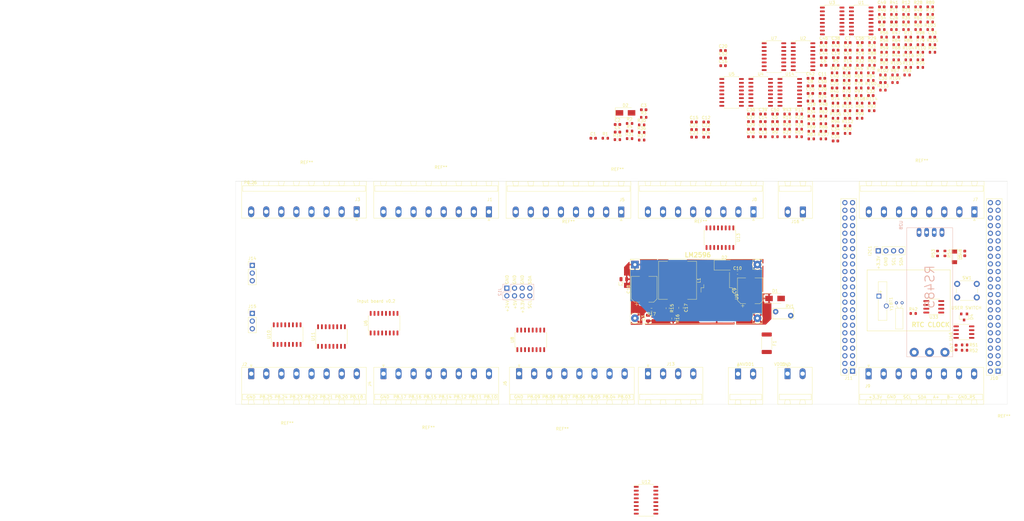
<source format=kicad_pcb>
(kicad_pcb (version 20171130) (host pcbnew "(5.1.10)-1")
  (layers (0 F.Cu signal) (31 B.Cu signal) (34 B.Paste user) (35 F.Paste user) (36 B.SilkS user) (37 F.SilkS user) (38 B.Mask user) (39 F.Mask user) (44 Edge.Cuts user))
  (net 0 "")
  (net 1 Earth)
  (net 2 +5V)
  (net 3 GNDA)
  (net 4 GND)
  (net 5 +3V3)
  (net 6 P9.33)
  (net 7 P9.36)
  (net 8 P9.35)
  (net 9 P9.38)
  (net 10 P9.37)
  (net 11 P9.40)
  (net 12 P9.39)
  (net 13 P8.18)
  (net 14 P8.11)
  (net 15 P8.25)
  (net 16 P8.46)
  (net 17 P8.39)
  (net 18 P8.32)
  (net 19 P8.17)
  (net 20 P8.10)
  (net 21 P8.24)
  (net 22 P8.45)
  (net 23 P8.38)
  (net 24 P8.31)
  (net 25 P8.16)
  (net 26 P8.09)
  (net 27 P8.23)
  (net 28 P8.44)
  (net 29 P8.37)
  (net 30 P8.30)
  (net 31 P8.15)
  (net 32 P8.08)
  (net 33 P8.22)
  (net 34 P8.43)
  (net 35 P8.36)
  (net 36 P8.29)
  (net 37 P8.14)
  (net 38 P8.07)
  (net 39 P8.21)
  (net 40 P8.42)
  (net 41 P8.35)
  (net 42 P8.28)
  (net 43 P8.13)
  (net 44 P8.06)
  (net 45 P8.20)
  (net 46 P8.41)
  (net 47 P8.34)
  (net 48 P8.27)
  (net 49 P8.12)
  (net 50 P8.05)
  (net 51 P8.19)
  (net 52 P8.40)
  (net 53 P8.33)
  (net 54 P8.26)
  (net 55 +24V)
  (net 56 P8.04)
  (net 57 P8.03)
  (net 58 VCC)
  (net 59 SDA)
  (net 60 SCL)
  (net 61 "Net-(J7-Pad8)")
  (net 62 P9.23)
  (net 63 P9.22)
  (net 64 P9.21)
  (net 65 P9.25)
  (net 66 P9.18)
  (net 67 P9.17)
  (net 68 P9.27)
  (net 69 P9.16)
  (net 70 P9.28)
  (net 71 P9.15)
  (net 72 P9.29)
  (net 73 P9.14)
  (net 74 P9.30)
  (net 75 P9.13)
  (net 76 P9.31)
  (net 77 P9.12)
  (net 78 P9.42)
  (net 79 P9.11)
  (net 80 P9.41)
  (net 81 "Net-(BT1-Pad1)")
  (net 82 RX)
  (net 83 TX)
  (net 84 P8.46_OUT)
  (net 85 P8.45_OUT)
  (net 86 P8.44_OUT)
  (net 87 P8.43_OUT)
  (net 88 P8.08_OUT)
  (net 89 P8.07_OUT)
  (net 90 P8.42_OUT)
  (net 91 P8.41_OUT)
  (net 92 P8.40_OUT)
  (net 93 P8.39_OUT)
  (net 94 P8.38_OUT)
  (net 95 P8.37_OUT)
  (net 96 P8.36_OUT)
  (net 97 P8.35_OUT)
  (net 98 P8.34_OUT)
  (net 99 P8.33_OUT)
  (net 100 P8.32_OUT)
  (net 101 P8.31_OUT)
  (net 102 P8.30_OUT)
  (net 103 P8.29_OUT)
  (net 104 P8.28_OUT)
  (net 105 P8.27_OUT)
  (net 106 P8.26_OUT)
  (net 107 P8.18_OUT)
  (net 108 P8.17_OUT)
  (net 109 P8.16_OUT)
  (net 110 P8.15_OUT)
  (net 111 P8.14_OUT)
  (net 112 P8.12_OUT)
  (net 113 P8.11_OUT)
  (net 114 P8.10_OUT)
  (net 115 P8.09_OUT)
  (net 116 B-)
  (net 117 A+)
  (net 118 GNDD)
  (net 119 GND_ADC)
  (net 120 VDD_ADC)
  (net 121 "Net-(C17-Pad2)")
  (net 122 "Net-(D1-Pad2)")
  (net 123 "Net-(D2-Pad1)")
  (net 124 "Net-(D3-Pad2)")
  (net 125 "Net-(R42-Pad2)")
  (net 126 "Net-(U33-Pad2)")
  (net 127 "Net-(U33-Pad1)")
  (net 128 SDA_OUT)
  (net 129 SCL_OUT)
  (net 130 "Net-(J10-Pad10)")
  (net 131 "Net-(J10-Pad9)")
  (net 132 "Net-(J10-Pad8)")
  (net 133 "Net-(J10-Pad7)")
  (net 134 "Net-(R53-Pad1)")
  (net 135 P9.14_OUT)
  (net 136 P9.15_OUT)
  (net 137 P9.21_OUT)
  (net 138 P9.22_OUT)
  (net 139 P9.16_OUT)
  (net 140 P9.17_OUT)
  (net 141 P9.18_OUT)
  (net 142 P9.11_OUT)
  (net 143 P9.12_OUT)
  (net 144 P9.13_OUT)
  (net 145 P9.27_OUT)
  (net 146 P9.26_OUT)
  (net 147 P9.25_OUT)
  (net 148 P9.24_OUT)
  (net 149 P9.23_OUT)
  (net 150 P9.42_OUT)
  (net 151 P9.31_OUT)
  (net 152 P9.30_OUT)
  (net 153 P9.29_OUT)
  (net 154 P9.28_OUT)
  (net 155 P9.26)
  (net 156 P9.24)
  (net 157 VDD)
  (net 158 +48V)
  (net 159 "Net-(R1-Pad1)")
  (net 160 "Net-(R5-Pad1)")
  (net 161 "Net-(R6-Pad1)")
  (net 162 "Net-(R7-Pad1)")
  (net 163 "Net-(R8-Pad1)")
  (net 164 "Net-(R9-Pad1)")
  (net 165 "Net-(R10-Pad1)")
  (net 166 "Net-(R11-Pad1)")
  (net 167 "Net-(R12-Pad1)")
  (net 168 "Net-(R13-Pad1)")
  (net 169 "Net-(R14-Pad1)")
  (net 170 "Net-(R18-Pad1)")
  (net 171 "Net-(R19-Pad1)")
  (net 172 "Net-(R20-Pad1)")
  (net 173 "Net-(R21-Pad1)")
  (net 174 "Net-(R22-Pad1)")
  (net 175 "Net-(R40-Pad1)")
  (net 176 "Net-(R41-Pad1)")
  (net 177 "Net-(R43-Pad1)")
  (net 178 "Net-(R44-Pad1)")
  (net 179 "Net-(R45-Pad1)")
  (net 180 "Net-(R46-Pad1)")
  (net 181 "Net-(R47-Pad1)")
  (net 182 "Net-(R48-Pad1)")
  (net 183 "Net-(R49-Pad1)")
  (net 184 "Net-(R50-Pad1)")
  (net 185 "Net-(R55-Pad1)")
  (net 186 "Net-(R56-Pad1)")
  (net 187 "Net-(R57-Pad1)")
  (net 188 "Net-(R58-Pad1)")
  (net 189 "Net-(R59-Pad1)")
  (net 190 "Net-(R60-Pad1)")
  (net 191 "Net-(R77-Pad1)")
  (net 192 "Net-(R78-Pad1)")
  (net 193 "Net-(R79-Pad1)")
  (net 194 "Net-(R80-Pad1)")
  (net 195 "Net-(R81-Pad1)")
  (net 196 "Net-(R82-Pad1)")
  (net 197 "Net-(R83-Pad1)")
  (net 198 "Net-(R84-Pad1)")
  (net 199 "Net-(R85-Pad1)")
  (net 200 "Net-(R86-Pad1)")
  (net 201 "Net-(R87-Pad1)")
  (net 202 "Net-(R88-Pad1)")
  (net 203 "Net-(R89-Pad1)")
  (net 204 "Net-(R90-Pad1)")
  (net 205 "Net-(R91-Pad1)")
  (net 206 "Net-(R92-Pad1)")
  (net 207 "Net-(R109-Pad1)")
  (net 208 "Net-(R110-Pad1)")
  (net 209 "Net-(R111-Pad1)")
  (net 210 "Net-(R112-Pad1)")
  (module Connector_PinHeader_2.54mm:PinHeader_1x03_P2.54mm_Vertical (layer F.Cu) (at 18.03 97.69)
    (fp_text reference J15 (at 0 -2.33) (layer F.SilkS))
    (fp_text value ZW_GND)
    (pad 3 thru_hole oval (at 0 5.08) (size 1.7 1.7) (drill 1) (layers *.Cu *.Mask) (net 118 GNDD))
    (pad 2 thru_hole oval (at 0 2.54) (size 1.7 1.7) (drill 1) (layers *.Cu *.Mask) (net 3 GNDA))
    (pad 1 thru_hole rect (at 0 0) (size 1.7 1.7) (drill 1) (layers *.Cu *.Mask) (net 4 GND))
  )
  (module Connector_PinHeader_2.54mm:PinHeader_1x03_P2.54mm_Vertical (layer F.Cu) (at 18.03 81.77)
    (fp_text reference J14 (at 0 -2.33) (layer F.SilkS))
    (fp_text value ZW_VCC)
    (pad 3 thru_hole oval (at 0 5.08) (size 1.7 1.7) (drill 1) (layers *.Cu *.Mask) (net 158 +48V))
    (pad 2 thru_hole oval (at 0 2.54) (size 1.7 1.7) (drill 1) (layers *.Cu *.Mask) (net 157 VDD))
    (pad 1 thru_hole rect (at 0 0) (size 1.7 1.7) (drill 1) (layers *.Cu *.Mask) (net 55 +24V))
  )
  (module Resistor_SMD:R_0603_1608Metric (layer F.Cu) (at 147.18 40.18)
    (fp_text reference R37 (at 0 -1.43) (layer F.SilkS))
    (fp_text value 10k)
    (pad 2 smd roundrect (at 0.825 0) (size 0.8 0.95) (layers F.Cu F.Paste F.Mask) (net 60 SCL))
    (pad 1 smd roundrect (at -0.825 0) (size 0.8 0.95) (layers F.Cu F.Paste F.Mask) (net 5 +3V3))
  )
  (module Resistor_SMD:R_0603_1608Metric (layer F.Cu) (at 147.18 37.67)
    (fp_text reference R36 (at 0 -1.43) (layer F.SilkS))
    (fp_text value 10k)
    (pad 2 smd roundrect (at 0.825 0) (size 0.8 0.95) (layers F.Cu F.Paste F.Mask) (net 59 SDA))
    (pad 1 smd roundrect (at -0.825 0) (size 0.8 0.95) (layers F.Cu F.Paste F.Mask) (net 5 +3V3))
  )
  (module Resistor_SMD:R_0603_1608Metric (layer F.Cu) (at 143.17 39.71)
    (fp_text reference R31 (at 0 -1.43) (layer F.SilkS))
    (fp_text value 4.7k)
    (pad 2 smd roundrect (at 0.825 0) (size 0.8 0.95) (layers F.Cu F.Paste F.Mask) (net 59 SDA))
    (pad 1 smd roundrect (at -0.825 0) (size 0.8 0.95) (layers F.Cu F.Paste F.Mask) (net 5 +3V3))
  )
  (module Resistor_SMD:R_0603_1608Metric (layer F.Cu) (at 147.18 35.16)
    (fp_text reference R30 (at 0 -1.43) (layer F.SilkS))
    (fp_text value 4.7k)
    (pad 2 smd roundrect (at 0.825 0) (size 0.8 0.95) (layers F.Cu F.Paste F.Mask) (net 60 SCL))
    (pad 1 smd roundrect (at -0.825 0) (size 0.8 0.95) (layers F.Cu F.Paste F.Mask) (net 5 +3V3))
  )
  (module Resistor_SMD:R_0603_1608Metric (layer F.Cu) (at 139.13 40.05)
    (fp_text reference R16 (at 0 -1.43) (layer F.SilkS))
    (fp_text value 1k)
    (pad 2 smd roundrect (at 0.825 0) (size 0.8 0.95) (layers F.Cu F.Paste F.Mask) (net 1 Earth))
    (pad 1 smd roundrect (at -0.825 0) (size 0.8 0.95) (layers F.Cu F.Paste F.Mask) (net 121 "Net-(C17-Pad2)"))
  )
  (module Resistor_SMD:R_0603_1608Metric (layer F.Cu) (at 143.17 37.2)
    (fp_text reference R4 (at 0 -1.43) (layer F.SilkS))
    (fp_text value 10k)
    (pad 2 smd roundrect (at 0.825 0) (size 0.8 0.95) (layers F.Cu F.Paste F.Mask) (net 5 +3V3))
    (pad 1 smd roundrect (at -0.825 0) (size 0.8 0.95) (layers F.Cu F.Paste F.Mask) (net 28 P8.44))
  )
  (module Resistor_SMD:R_0603_1608Metric (layer F.Cu) (at 147.85 32.65)
    (fp_text reference R3 (at 0 -1.43) (layer F.SilkS))
    (fp_text value 10k)
    (pad 2 smd roundrect (at 0.825 0) (size 0.8 0.95) (layers F.Cu F.Paste F.Mask) (net 5 +3V3))
    (pad 1 smd roundrect (at -0.825 0) (size 0.8 0.95) (layers F.Cu F.Paste F.Mask) (net 22 P8.45))
  )
  (module Resistor_SMD:R_0603_1608Metric (layer F.Cu) (at 143.17 34.69)
    (fp_text reference R2 (at 0 -1.43) (layer F.SilkS))
    (fp_text value 10k)
    (pad 2 smd roundrect (at 0.825 0) (size 0.8 0.95) (layers F.Cu F.Paste F.Mask) (net 5 +3V3))
    (pad 1 smd roundrect (at -0.825 0) (size 0.8 0.95) (layers F.Cu F.Paste F.Mask) (net 16 P8.46))
  )
  (module Resistor_SMD:R_0603_1608Metric (layer F.Cu) (at 135.12 39.58)
    (fp_text reference R1 (at 0 -1.43) (layer F.SilkS))
    (fp_text value 4,7k)
    (pad 2 smd roundrect (at 0.825 0) (size 0.8 0.95) (layers F.Cu F.Paste F.Mask) (net 3 GNDA))
    (pad 1 smd roundrect (at -0.825 0) (size 0.8 0.95) (layers F.Cu F.Paste F.Mask) (net 159 "Net-(R1-Pad1)"))
  )
  (module Fuse:Fuse_2512_6332Metric (layer F.Cu) (at 188.66 107.58 270)
    (fp_text reference F1 (at 0 -2.62 90) (layer F.SilkS))
    (fp_text value Fuse_3A)
    (pad 2 smd roundrect (at 2.9 0 270) (size 1.35 3.35) (layers F.Cu F.Paste F.Mask) (roundrect_rratio 0.185185) (net 58 VCC))
    (pad 1 smd roundrect (at -2.9 0 270) (size 1.35 3.35) (layers F.Cu F.Paste F.Mask) (roundrect_rratio 0.185185) (net 122 "Net-(D1-Pad2)"))
  )
  (module Diode_SMD:D_SMA (layer F.Cu) (at 141.82 31.16)
    (fp_text reference D2 (at 0 -2.5) (layer F.SilkS))
    (fp_text value SS34)
    (pad 2 smd rect (at 2 0) (size 2.5 1.8) (layers F.Cu F.Paste F.Mask) (net 1 Earth))
    (pad 1 smd rect (at -2 0) (size 2.5 1.8) (layers F.Cu F.Paste F.Mask) (net 123 "Net-(D2-Pad1)"))
  )
  (module Diode_SMD:D_SMA (layer F.Cu) (at 191.43 92.73)
    (fp_text reference D1 (at 0 -2.5) (layer F.SilkS))
    (fp_text value B340A-13F)
    (pad 2 smd rect (at 2 0) (size 2.5 1.8) (layers F.Cu F.Paste F.Mask) (net 122 "Net-(D1-Pad2)"))
    (pad 1 smd rect (at -2 0) (size 2.5 1.8) (layers F.Cu F.Paste F.Mask) (net 55 +24V))
  )
  (module Capacitor_SMD:C_0603_1608Metric (layer F.Cu) (at 139.16 37.54)
    (fp_text reference C4 (at 0 -1.43) (layer F.SilkS))
    (fp_text value 100n)
    (pad 2 smd roundrect (at 0.775 0) (size 0.9 0.95) (layers F.Cu F.Paste F.Mask) (net 4 GND))
    (pad 1 smd roundrect (at -0.775 0) (size 0.9 0.95) (layers F.Cu F.Paste F.Mask) (net 28 P8.44))
  )
  (module Capacitor_SMD:C_0603_1608Metric (layer F.Cu) (at 147.85 30.14)
    (fp_text reference C3 (at 0 -1.43) (layer F.SilkS))
    (fp_text value 100n)
    (pad 2 smd roundrect (at 0.775 0) (size 0.9 0.95) (layers F.Cu F.Paste F.Mask) (net 4 GND))
    (pad 1 smd roundrect (at -0.775 0) (size 0.9 0.95) (layers F.Cu F.Paste F.Mask) (net 34 P8.43))
  )
  (module Capacitor_SMD:C_0603_1608Metric (layer F.Cu) (at 139.16 35.03)
    (fp_text reference C2 (at 0 -1.43) (layer F.SilkS))
    (fp_text value 100n)
    (pad 2 smd roundrect (at 0.775 0) (size 0.9 0.95) (layers F.Cu F.Paste F.Mask) (net 4 GND))
    (pad 1 smd roundrect (at -0.775 0) (size 0.9 0.95) (layers F.Cu F.Paste F.Mask) (net 22 P8.45))
  )
  (module Capacitor_SMD:C_0603_1608Metric (layer F.Cu) (at 131.11 39.58)
    (fp_text reference C1 (at 0 -1.43) (layer F.SilkS))
    (fp_text value 100n)
    (pad 2 smd roundrect (at 0.775 0) (size 0.9 0.95) (layers F.Cu F.Paste F.Mask) (net 4 GND))
    (pad 1 smd roundrect (at -0.775 0) (size 0.9 0.95) (layers F.Cu F.Paste F.Mask) (net 16 P8.46))
  )
  (module Package_SO:SOP-16_4.55x10.3mm_P1.27mm (layer F.Cu) (at 196.31 24.38)
    (fp_text reference U14 (at 0 -6.1) (layer F.SilkS))
    (fp_text value TLP290-4)
    (pad 16 smd roundrect (at 3.25 -4.445) (size 1.6 0.6) (layers F.Cu F.Paste F.Mask) (net 72 P9.29))
    (pad 15 smd roundrect (at 3.25 -3.175) (size 1.6 0.6) (layers F.Cu F.Paste F.Mask) (net 4 GND))
    (pad 14 smd roundrect (at 3.25 -1.905) (size 1.6 0.6) (layers F.Cu F.Paste F.Mask) (net 74 P9.30))
    (pad 13 smd roundrect (at 3.25 -0.635) (size 1.6 0.6) (layers F.Cu F.Paste F.Mask) (net 4 GND))
    (pad 12 smd roundrect (at 3.25 0.635) (size 1.6 0.6) (layers F.Cu F.Paste F.Mask) (net 76 P9.31))
    (pad 11 smd roundrect (at 3.25 1.905) (size 1.6 0.6) (layers F.Cu F.Paste F.Mask) (net 4 GND))
    (pad 10 smd roundrect (at 3.25 3.175) (size 1.6 0.6) (layers F.Cu F.Paste F.Mask) (net 78 P9.42))
    (pad 9 smd roundrect (at 3.25 4.445) (size 1.6 0.6) (layers F.Cu F.Paste F.Mask) (net 4 GND))
    (pad 8 smd roundrect (at -3.25 4.445) (size 1.6 0.6) (layers F.Cu F.Paste F.Mask) (net 210 "Net-(R112-Pad1)"))
    (pad 7 smd roundrect (at -3.25 3.175) (size 1.6 0.6) (layers F.Cu F.Paste F.Mask) (net 150 P9.42_OUT))
    (pad 6 smd roundrect (at -3.25 1.905) (size 1.6 0.6) (layers F.Cu F.Paste F.Mask) (net 209 "Net-(R111-Pad1)"))
    (pad 5 smd roundrect (at -3.25 0.635) (size 1.6 0.6) (layers F.Cu F.Paste F.Mask) (net 151 P9.31_OUT))
    (pad 4 smd roundrect (at -3.25 -0.635) (size 1.6 0.6) (layers F.Cu F.Paste F.Mask) (net 208 "Net-(R110-Pad1)"))
    (pad 3 smd roundrect (at -3.25 -1.905) (size 1.6 0.6) (layers F.Cu F.Paste F.Mask) (net 152 P9.30_OUT))
    (pad 2 smd roundrect (at -3.25 -3.175) (size 1.6 0.6) (layers F.Cu F.Paste F.Mask) (net 207 "Net-(R109-Pad1)"))
    (pad 1 smd roundrect (at -3.25 -4.445) (size 1.6 0.6) (layers F.Cu F.Paste F.Mask) (net 153 P9.29_OUT))
  )
  (module Package_SO:SOP-16_4.55x10.3mm_P1.27mm (layer F.Cu) (at 173.14 72.57 270)
    (fp_text reference U13 (at 0 -6.1 90) (layer F.SilkS))
    (fp_text value TLP290-4)
    (pad 16 smd roundrect (at 3.25 -4.445 270) (size 1.6 0.6) (layers F.Cu F.Paste F.Mask) (net 65 P9.25))
    (pad 15 smd roundrect (at 3.25 -3.175 270) (size 1.6 0.6) (layers F.Cu F.Paste F.Mask) (net 4 GND))
    (pad 14 smd roundrect (at 3.25 -1.905 270) (size 1.6 0.6) (layers F.Cu F.Paste F.Mask) (net 155 P9.26))
    (pad 13 smd roundrect (at 3.25 -0.635 270) (size 1.6 0.6) (layers F.Cu F.Paste F.Mask) (net 4 GND))
    (pad 12 smd roundrect (at 3.25 0.635 270) (size 1.6 0.6) (layers F.Cu F.Paste F.Mask) (net 68 P9.27))
    (pad 11 smd roundrect (at 3.25 1.905 270) (size 1.6 0.6) (layers F.Cu F.Paste F.Mask) (net 4 GND))
    (pad 10 smd roundrect (at 3.25 3.175 270) (size 1.6 0.6) (layers F.Cu F.Paste F.Mask) (net 70 P9.28))
    (pad 9 smd roundrect (at 3.25 4.445 270) (size 1.6 0.6) (layers F.Cu F.Paste F.Mask) (net 4 GND))
    (pad 8 smd roundrect (at -3.25 4.445 270) (size 1.6 0.6) (layers F.Cu F.Paste F.Mask) (net 206 "Net-(R92-Pad1)"))
    (pad 7 smd roundrect (at -3.25 3.175 270) (size 1.6 0.6) (layers F.Cu F.Paste F.Mask) (net 154 P9.28_OUT))
    (pad 6 smd roundrect (at -3.25 1.905 270) (size 1.6 0.6) (layers F.Cu F.Paste F.Mask) (net 205 "Net-(R91-Pad1)"))
    (pad 5 smd roundrect (at -3.25 0.635 270) (size 1.6 0.6) (layers F.Cu F.Paste F.Mask) (net 145 P9.27_OUT))
    (pad 4 smd roundrect (at -3.25 -0.635 270) (size 1.6 0.6) (layers F.Cu F.Paste F.Mask) (net 204 "Net-(R90-Pad1)"))
    (pad 3 smd roundrect (at -3.25 -1.905 270) (size 1.6 0.6) (layers F.Cu F.Paste F.Mask) (net 146 P9.26_OUT))
    (pad 2 smd roundrect (at -3.25 -3.175 270) (size 1.6 0.6) (layers F.Cu F.Paste F.Mask) (net 203 "Net-(R89-Pad1)"))
    (pad 1 smd roundrect (at -3.25 -4.445 270) (size 1.6 0.6) (layers F.Cu F.Paste F.Mask) (net 147 P9.25_OUT))
  )
  (module Package_SO:SOP-16_4.55x10.3mm_P1.27mm (layer F.Cu) (at 148.63 159.66)
    (fp_text reference U12 (at 0 -6.1) (layer F.SilkS))
    (fp_text value TLP290-4)
    (pad 16 smd roundrect (at 3.25 -4.445) (size 1.6 0.6) (layers F.Cu F.Paste F.Mask) (net 64 P9.21))
    (pad 15 smd roundrect (at 3.25 -3.175) (size 1.6 0.6) (layers F.Cu F.Paste F.Mask) (net 4 GND))
    (pad 14 smd roundrect (at 3.25 -1.905) (size 1.6 0.6) (layers F.Cu F.Paste F.Mask) (net 63 P9.22))
    (pad 13 smd roundrect (at 3.25 -0.635) (size 1.6 0.6) (layers F.Cu F.Paste F.Mask) (net 4 GND))
    (pad 12 smd roundrect (at 3.25 0.635) (size 1.6 0.6) (layers F.Cu F.Paste F.Mask) (net 62 P9.23))
    (pad 11 smd roundrect (at 3.25 1.905) (size 1.6 0.6) (layers F.Cu F.Paste F.Mask) (net 4 GND))
    (pad 10 smd roundrect (at 3.25 3.175) (size 1.6 0.6) (layers F.Cu F.Paste F.Mask) (net 156 P9.24))
    (pad 9 smd roundrect (at 3.25 4.445) (size 1.6 0.6) (layers F.Cu F.Paste F.Mask) (net 4 GND))
    (pad 8 smd roundrect (at -3.25 4.445) (size 1.6 0.6) (layers F.Cu F.Paste F.Mask) (net 202 "Net-(R88-Pad1)"))
    (pad 7 smd roundrect (at -3.25 3.175) (size 1.6 0.6) (layers F.Cu F.Paste F.Mask) (net 148 P9.24_OUT))
    (pad 6 smd roundrect (at -3.25 1.905) (size 1.6 0.6) (layers F.Cu F.Paste F.Mask) (net 201 "Net-(R87-Pad1)"))
    (pad 5 smd roundrect (at -3.25 0.635) (size 1.6 0.6) (layers F.Cu F.Paste F.Mask) (net 149 P9.23_OUT))
    (pad 4 smd roundrect (at -3.25 -0.635) (size 1.6 0.6) (layers F.Cu F.Paste F.Mask) (net 200 "Net-(R86-Pad1)"))
    (pad 3 smd roundrect (at -3.25 -1.905) (size 1.6 0.6) (layers F.Cu F.Paste F.Mask) (net 138 P9.22_OUT))
    (pad 2 smd roundrect (at -3.25 -3.175) (size 1.6 0.6) (layers F.Cu F.Paste F.Mask) (net 199 "Net-(R85-Pad1)"))
    (pad 1 smd roundrect (at -3.25 -4.445) (size 1.6 0.6) (layers F.Cu F.Paste F.Mask) (net 137 P9.21_OUT))
  )
  (module Package_SO:SOP-16_4.55x10.3mm_P1.27mm (layer F.Cu) (at 44.29 105.36 90)
    (fp_text reference U11 (at 0 -6.1 90) (layer F.SilkS))
    (fp_text value TLP290-4)
    (pad 16 smd roundrect (at 3.25 -4.445 90) (size 1.6 0.6) (layers F.Cu F.Paste F.Mask) (net 71 P9.15))
    (pad 15 smd roundrect (at 3.25 -3.175 90) (size 1.6 0.6) (layers F.Cu F.Paste F.Mask) (net 4 GND))
    (pad 14 smd roundrect (at 3.25 -1.905 90) (size 1.6 0.6) (layers F.Cu F.Paste F.Mask) (net 69 P9.16))
    (pad 13 smd roundrect (at 3.25 -0.635 90) (size 1.6 0.6) (layers F.Cu F.Paste F.Mask) (net 4 GND))
    (pad 12 smd roundrect (at 3.25 0.635 90) (size 1.6 0.6) (layers F.Cu F.Paste F.Mask) (net 67 P9.17))
    (pad 11 smd roundrect (at 3.25 1.905 90) (size 1.6 0.6) (layers F.Cu F.Paste F.Mask) (net 4 GND))
    (pad 10 smd roundrect (at 3.25 3.175 90) (size 1.6 0.6) (layers F.Cu F.Paste F.Mask) (net 66 P9.18))
    (pad 9 smd roundrect (at 3.25 4.445 90) (size 1.6 0.6) (layers F.Cu F.Paste F.Mask) (net 4 GND))
    (pad 8 smd roundrect (at -3.25 4.445 90) (size 1.6 0.6) (layers F.Cu F.Paste F.Mask) (net 198 "Net-(R84-Pad1)"))
    (pad 7 smd roundrect (at -3.25 3.175 90) (size 1.6 0.6) (layers F.Cu F.Paste F.Mask) (net 141 P9.18_OUT))
    (pad 6 smd roundrect (at -3.25 1.905 90) (size 1.6 0.6) (layers F.Cu F.Paste F.Mask) (net 197 "Net-(R83-Pad1)"))
    (pad 5 smd roundrect (at -3.25 0.635 90) (size 1.6 0.6) (layers F.Cu F.Paste F.Mask) (net 140 P9.17_OUT))
    (pad 4 smd roundrect (at -3.25 -0.635 90) (size 1.6 0.6) (layers F.Cu F.Paste F.Mask) (net 196 "Net-(R82-Pad1)"))
    (pad 3 smd roundrect (at -3.25 -1.905 90) (size 1.6 0.6) (layers F.Cu F.Paste F.Mask) (net 139 P9.16_OUT))
    (pad 2 smd roundrect (at -3.25 -3.175 90) (size 1.6 0.6) (layers F.Cu F.Paste F.Mask) (net 195 "Net-(R81-Pad1)"))
    (pad 1 smd roundrect (at -3.25 -4.445 90) (size 1.6 0.6) (layers F.Cu F.Paste F.Mask) (net 136 P9.15_OUT))
  )
  (module Package_SO:SOP-16_4.55x10.3mm_P1.27mm (layer F.Cu) (at 29.59 104.72 90)
    (fp_text reference U10 (at 0 -6.1 90) (layer F.SilkS))
    (fp_text value TLP290-4)
    (pad 16 smd roundrect (at 3.25 -4.445 90) (size 1.6 0.6) (layers F.Cu F.Paste F.Mask) (net 79 P9.11))
    (pad 15 smd roundrect (at 3.25 -3.175 90) (size 1.6 0.6) (layers F.Cu F.Paste F.Mask) (net 4 GND))
    (pad 14 smd roundrect (at 3.25 -1.905 90) (size 1.6 0.6) (layers F.Cu F.Paste F.Mask) (net 77 P9.12))
    (pad 13 smd roundrect (at 3.25 -0.635 90) (size 1.6 0.6) (layers F.Cu F.Paste F.Mask) (net 4 GND))
    (pad 12 smd roundrect (at 3.25 0.635 90) (size 1.6 0.6) (layers F.Cu F.Paste F.Mask) (net 75 P9.13))
    (pad 11 smd roundrect (at 3.25 1.905 90) (size 1.6 0.6) (layers F.Cu F.Paste F.Mask) (net 4 GND))
    (pad 10 smd roundrect (at 3.25 3.175 90) (size 1.6 0.6) (layers F.Cu F.Paste F.Mask) (net 73 P9.14))
    (pad 9 smd roundrect (at 3.25 4.445 90) (size 1.6 0.6) (layers F.Cu F.Paste F.Mask) (net 4 GND))
    (pad 8 smd roundrect (at -3.25 4.445 90) (size 1.6 0.6) (layers F.Cu F.Paste F.Mask) (net 194 "Net-(R80-Pad1)"))
    (pad 7 smd roundrect (at -3.25 3.175 90) (size 1.6 0.6) (layers F.Cu F.Paste F.Mask) (net 135 P9.14_OUT))
    (pad 6 smd roundrect (at -3.25 1.905 90) (size 1.6 0.6) (layers F.Cu F.Paste F.Mask) (net 193 "Net-(R79-Pad1)"))
    (pad 5 smd roundrect (at -3.25 0.635 90) (size 1.6 0.6) (layers F.Cu F.Paste F.Mask) (net 144 P9.13_OUT))
    (pad 4 smd roundrect (at -3.25 -0.635 90) (size 1.6 0.6) (layers F.Cu F.Paste F.Mask) (net 192 "Net-(R78-Pad1)"))
    (pad 3 smd roundrect (at -3.25 -1.905 90) (size 1.6 0.6) (layers F.Cu F.Paste F.Mask) (net 143 P9.12_OUT))
    (pad 2 smd roundrect (at -3.25 -3.175 90) (size 1.6 0.6) (layers F.Cu F.Paste F.Mask) (net 191 "Net-(R77-Pad1)"))
    (pad 1 smd roundrect (at -3.25 -4.445 90) (size 1.6 0.6) (layers F.Cu F.Paste F.Mask) (net 142 P9.11_OUT))
  )
  (module Package_SO:SOP-16_4.55x10.3mm_P1.27mm (layer F.Cu) (at 110.4 106.46 90)
    (fp_text reference U8 (at 0 -6.1 90) (layer F.SilkS))
    (fp_text value TLP290-4)
    (pad 16 smd roundrect (at 3.25 -4.445 90) (size 1.6 0.6) (layers F.Cu F.Paste F.Mask) (net 20 P8.10))
    (pad 15 smd roundrect (at 3.25 -3.175 90) (size 1.6 0.6) (layers F.Cu F.Paste F.Mask) (net 4 GND))
    (pad 14 smd roundrect (at 3.25 -1.905 90) (size 1.6 0.6) (layers F.Cu F.Paste F.Mask) (net 26 P8.09))
    (pad 13 smd roundrect (at 3.25 -0.635 90) (size 1.6 0.6) (layers F.Cu F.Paste F.Mask) (net 4 GND))
    (pad 12 smd roundrect (at 3.25 0.635 90) (size 1.6 0.6) (layers F.Cu F.Paste F.Mask) (net 32 P8.08))
    (pad 11 smd roundrect (at 3.25 1.905 90) (size 1.6 0.6) (layers F.Cu F.Paste F.Mask) (net 4 GND))
    (pad 10 smd roundrect (at 3.25 3.175 90) (size 1.6 0.6) (layers F.Cu F.Paste F.Mask) (net 38 P8.07))
    (pad 9 smd roundrect (at 3.25 4.445 90) (size 1.6 0.6) (layers F.Cu F.Paste F.Mask) (net 4 GND))
    (pad 8 smd roundrect (at -3.25 4.445 90) (size 1.6 0.6) (layers F.Cu F.Paste F.Mask) (net 190 "Net-(R60-Pad1)"))
    (pad 7 smd roundrect (at -3.25 3.175 90) (size 1.6 0.6) (layers F.Cu F.Paste F.Mask) (net 89 P8.07_OUT))
    (pad 6 smd roundrect (at -3.25 1.905 90) (size 1.6 0.6) (layers F.Cu F.Paste F.Mask) (net 189 "Net-(R59-Pad1)"))
    (pad 5 smd roundrect (at -3.25 0.635 90) (size 1.6 0.6) (layers F.Cu F.Paste F.Mask) (net 88 P8.08_OUT))
    (pad 4 smd roundrect (at -3.25 -0.635 90) (size 1.6 0.6) (layers F.Cu F.Paste F.Mask) (net 188 "Net-(R58-Pad1)"))
    (pad 3 smd roundrect (at -3.25 -1.905 90) (size 1.6 0.6) (layers F.Cu F.Paste F.Mask) (net 115 P8.09_OUT))
    (pad 2 smd roundrect (at -3.25 -3.175 90) (size 1.6 0.6) (layers F.Cu F.Paste F.Mask) (net 187 "Net-(R57-Pad1)"))
    (pad 1 smd roundrect (at -3.25 -4.445 90) (size 1.6 0.6) (layers F.Cu F.Paste F.Mask) (net 114 P8.10_OUT))
  )
  (module Package_SO:SOP-16_4.55x10.3mm_P1.27mm (layer F.Cu) (at 191.06 12.53)
    (fp_text reference U7 (at 0 -6.1) (layer F.SilkS))
    (fp_text value TLP290-4)
    (pad 16 smd roundrect (at 3.25 -4.445) (size 1.6 0.6) (layers F.Cu F.Paste F.Mask) (net 31 P8.15))
    (pad 15 smd roundrect (at 3.25 -3.175) (size 1.6 0.6) (layers F.Cu F.Paste F.Mask) (net 4 GND))
    (pad 14 smd roundrect (at 3.25 -1.905) (size 1.6 0.6) (layers F.Cu F.Paste F.Mask) (net 37 P8.14))
    (pad 13 smd roundrect (at 3.25 -0.635) (size 1.6 0.6) (layers F.Cu F.Paste F.Mask) (net 4 GND))
    (pad 12 smd roundrect (at 3.25 0.635) (size 1.6 0.6) (layers F.Cu F.Paste F.Mask) (net 49 P8.12))
    (pad 11 smd roundrect (at 3.25 1.905) (size 1.6 0.6) (layers F.Cu F.Paste F.Mask) (net 4 GND))
    (pad 10 smd roundrect (at 3.25 3.175) (size 1.6 0.6) (layers F.Cu F.Paste F.Mask) (net 14 P8.11))
    (pad 9 smd roundrect (at 3.25 4.445) (size 1.6 0.6) (layers F.Cu F.Paste F.Mask) (net 4 GND))
    (pad 8 smd roundrect (at -3.25 4.445) (size 1.6 0.6) (layers F.Cu F.Paste F.Mask) (net 186 "Net-(R56-Pad1)"))
    (pad 7 smd roundrect (at -3.25 3.175) (size 1.6 0.6) (layers F.Cu F.Paste F.Mask) (net 113 P8.11_OUT))
    (pad 6 smd roundrect (at -3.25 1.905) (size 1.6 0.6) (layers F.Cu F.Paste F.Mask) (net 185 "Net-(R55-Pad1)"))
    (pad 5 smd roundrect (at -3.25 0.635) (size 1.6 0.6) (layers F.Cu F.Paste F.Mask) (net 112 P8.12_OUT))
    (pad 4 smd roundrect (at -3.25 -0.635) (size 1.6 0.6) (layers F.Cu F.Paste F.Mask) (net 184 "Net-(R50-Pad1)"))
    (pad 3 smd roundrect (at -3.25 -1.905) (size 1.6 0.6) (layers F.Cu F.Paste F.Mask) (net 111 P8.14_OUT))
    (pad 2 smd roundrect (at -3.25 -3.175) (size 1.6 0.6) (layers F.Cu F.Paste F.Mask) (net 183 "Net-(R49-Pad1)"))
    (pad 1 smd roundrect (at -3.25 -4.445) (size 1.6 0.6) (layers F.Cu F.Paste F.Mask) (net 110 P8.15_OUT))
  )
  (module Package_SO:SOP-16_4.55x10.3mm_P1.27mm (layer F.Cu) (at 61.74 100.93 90)
    (fp_text reference U6 (at 0 -6.1 90) (layer F.SilkS))
    (fp_text value TLP290-4)
    (pad 16 smd roundrect (at 3.25 -4.445 90) (size 1.6 0.6) (layers F.Cu F.Paste F.Mask) (net 54 P8.26))
    (pad 15 smd roundrect (at 3.25 -3.175 90) (size 1.6 0.6) (layers F.Cu F.Paste F.Mask) (net 4 GND))
    (pad 14 smd roundrect (at 3.25 -1.905 90) (size 1.6 0.6) (layers F.Cu F.Paste F.Mask) (net 13 P8.18))
    (pad 13 smd roundrect (at 3.25 -0.635 90) (size 1.6 0.6) (layers F.Cu F.Paste F.Mask) (net 4 GND))
    (pad 12 smd roundrect (at 3.25 0.635 90) (size 1.6 0.6) (layers F.Cu F.Paste F.Mask) (net 19 P8.17))
    (pad 11 smd roundrect (at 3.25 1.905 90) (size 1.6 0.6) (layers F.Cu F.Paste F.Mask) (net 4 GND))
    (pad 10 smd roundrect (at 3.25 3.175 90) (size 1.6 0.6) (layers F.Cu F.Paste F.Mask) (net 25 P8.16))
    (pad 9 smd roundrect (at 3.25 4.445 90) (size 1.6 0.6) (layers F.Cu F.Paste F.Mask) (net 4 GND))
    (pad 8 smd roundrect (at -3.25 4.445 90) (size 1.6 0.6) (layers F.Cu F.Paste F.Mask) (net 182 "Net-(R48-Pad1)"))
    (pad 7 smd roundrect (at -3.25 3.175 90) (size 1.6 0.6) (layers F.Cu F.Paste F.Mask) (net 109 P8.16_OUT))
    (pad 6 smd roundrect (at -3.25 1.905 90) (size 1.6 0.6) (layers F.Cu F.Paste F.Mask) (net 181 "Net-(R47-Pad1)"))
    (pad 5 smd roundrect (at -3.25 0.635 90) (size 1.6 0.6) (layers F.Cu F.Paste F.Mask) (net 108 P8.17_OUT))
    (pad 4 smd roundrect (at -3.25 -0.635 90) (size 1.6 0.6) (layers F.Cu F.Paste F.Mask) (net 180 "Net-(R46-Pad1)"))
    (pad 3 smd roundrect (at -3.25 -1.905 90) (size 1.6 0.6) (layers F.Cu F.Paste F.Mask) (net 107 P8.18_OUT))
    (pad 2 smd roundrect (at -3.25 -3.175 90) (size 1.6 0.6) (layers F.Cu F.Paste F.Mask) (net 179 "Net-(R45-Pad1)"))
    (pad 1 smd roundrect (at -3.25 -4.445 90) (size 1.6 0.6) (layers F.Cu F.Paste F.Mask) (net 106 P8.26_OUT))
  )
  (module Package_SO:SOP-16_4.55x10.3mm_P1.27mm (layer F.Cu) (at 177.01 24.38)
    (fp_text reference U5 (at 0 -6.1) (layer F.SilkS))
    (fp_text value TLP290-4)
    (pad 16 smd roundrect (at 3.25 -4.445) (size 1.6 0.6) (layers F.Cu F.Paste F.Mask) (net 30 P8.30))
    (pad 15 smd roundrect (at 3.25 -3.175) (size 1.6 0.6) (layers F.Cu F.Paste F.Mask) (net 4 GND))
    (pad 14 smd roundrect (at 3.25 -1.905) (size 1.6 0.6) (layers F.Cu F.Paste F.Mask) (net 36 P8.29))
    (pad 13 smd roundrect (at 3.25 -0.635) (size 1.6 0.6) (layers F.Cu F.Paste F.Mask) (net 4 GND))
    (pad 12 smd roundrect (at 3.25 0.635) (size 1.6 0.6) (layers F.Cu F.Paste F.Mask) (net 42 P8.28))
    (pad 11 smd roundrect (at 3.25 1.905) (size 1.6 0.6) (layers F.Cu F.Paste F.Mask) (net 4 GND))
    (pad 10 smd roundrect (at 3.25 3.175) (size 1.6 0.6) (layers F.Cu F.Paste F.Mask) (net 48 P8.27))
    (pad 9 smd roundrect (at 3.25 4.445) (size 1.6 0.6) (layers F.Cu F.Paste F.Mask) (net 4 GND))
    (pad 8 smd roundrect (at -3.25 4.445) (size 1.6 0.6) (layers F.Cu F.Paste F.Mask) (net 178 "Net-(R44-Pad1)"))
    (pad 7 smd roundrect (at -3.25 3.175) (size 1.6 0.6) (layers F.Cu F.Paste F.Mask) (net 105 P8.27_OUT))
    (pad 6 smd roundrect (at -3.25 1.905) (size 1.6 0.6) (layers F.Cu F.Paste F.Mask) (net 177 "Net-(R43-Pad1)"))
    (pad 5 smd roundrect (at -3.25 0.635) (size 1.6 0.6) (layers F.Cu F.Paste F.Mask) (net 104 P8.28_OUT))
    (pad 4 smd roundrect (at -3.25 -0.635) (size 1.6 0.6) (layers F.Cu F.Paste F.Mask) (net 176 "Net-(R41-Pad1)"))
    (pad 3 smd roundrect (at -3.25 -1.905) (size 1.6 0.6) (layers F.Cu F.Paste F.Mask) (net 103 P8.29_OUT))
    (pad 2 smd roundrect (at -3.25 -3.175) (size 1.6 0.6) (layers F.Cu F.Paste F.Mask) (net 175 "Net-(R40-Pad1)"))
    (pad 1 smd roundrect (at -3.25 -4.445) (size 1.6 0.6) (layers F.Cu F.Paste F.Mask) (net 102 P8.30_OUT))
  )
  (module Package_SO:SOP-16_4.55x10.3mm_P1.27mm (layer F.Cu) (at 186.66 24.38)
    (fp_text reference U4 (at 0 -6.1) (layer F.SilkS))
    (fp_text value TLP290-4)
    (pad 16 smd roundrect (at 3.25 -4.445) (size 1.6 0.6) (layers F.Cu F.Paste F.Mask) (net 47 P8.34))
    (pad 15 smd roundrect (at 3.25 -3.175) (size 1.6 0.6) (layers F.Cu F.Paste F.Mask) (net 4 GND))
    (pad 14 smd roundrect (at 3.25 -1.905) (size 1.6 0.6) (layers F.Cu F.Paste F.Mask) (net 53 P8.33))
    (pad 13 smd roundrect (at 3.25 -0.635) (size 1.6 0.6) (layers F.Cu F.Paste F.Mask) (net 4 GND))
    (pad 12 smd roundrect (at 3.25 0.635) (size 1.6 0.6) (layers F.Cu F.Paste F.Mask) (net 18 P8.32))
    (pad 11 smd roundrect (at 3.25 1.905) (size 1.6 0.6) (layers F.Cu F.Paste F.Mask) (net 4 GND))
    (pad 10 smd roundrect (at 3.25 3.175) (size 1.6 0.6) (layers F.Cu F.Paste F.Mask) (net 24 P8.31))
    (pad 9 smd roundrect (at 3.25 4.445) (size 1.6 0.6) (layers F.Cu F.Paste F.Mask) (net 4 GND))
    (pad 8 smd roundrect (at -3.25 4.445) (size 1.6 0.6) (layers F.Cu F.Paste F.Mask) (net 174 "Net-(R22-Pad1)"))
    (pad 7 smd roundrect (at -3.25 3.175) (size 1.6 0.6) (layers F.Cu F.Paste F.Mask) (net 101 P8.31_OUT))
    (pad 6 smd roundrect (at -3.25 1.905) (size 1.6 0.6) (layers F.Cu F.Paste F.Mask) (net 173 "Net-(R21-Pad1)"))
    (pad 5 smd roundrect (at -3.25 0.635) (size 1.6 0.6) (layers F.Cu F.Paste F.Mask) (net 100 P8.32_OUT))
    (pad 4 smd roundrect (at -3.25 -0.635) (size 1.6 0.6) (layers F.Cu F.Paste F.Mask) (net 172 "Net-(R20-Pad1)"))
    (pad 3 smd roundrect (at -3.25 -1.905) (size 1.6 0.6) (layers F.Cu F.Paste F.Mask) (net 99 P8.33_OUT))
    (pad 2 smd roundrect (at -3.25 -3.175) (size 1.6 0.6) (layers F.Cu F.Paste F.Mask) (net 171 "Net-(R19-Pad1)"))
    (pad 1 smd roundrect (at -3.25 -4.445) (size 1.6 0.6) (layers F.Cu F.Paste F.Mask) (net 98 P8.34_OUT))
  )
  (module Package_SO:SOP-16_4.55x10.3mm_P1.27mm (layer F.Cu) (at 210.36 0.68)
    (fp_text reference U3 (at 0 -6.1) (layer F.SilkS))
    (fp_text value TLP290-4)
    (pad 16 smd roundrect (at 3.25 -4.445) (size 1.6 0.6) (layers F.Cu F.Paste F.Mask) (net 23 P8.38))
    (pad 15 smd roundrect (at 3.25 -3.175) (size 1.6 0.6) (layers F.Cu F.Paste F.Mask) (net 4 GND))
    (pad 14 smd roundrect (at 3.25 -1.905) (size 1.6 0.6) (layers F.Cu F.Paste F.Mask) (net 29 P8.37))
    (pad 13 smd roundrect (at 3.25 -0.635) (size 1.6 0.6) (layers F.Cu F.Paste F.Mask) (net 4 GND))
    (pad 12 smd roundrect (at 3.25 0.635) (size 1.6 0.6) (layers F.Cu F.Paste F.Mask) (net 35 P8.36))
    (pad 11 smd roundrect (at 3.25 1.905) (size 1.6 0.6) (layers F.Cu F.Paste F.Mask) (net 4 GND))
    (pad 10 smd roundrect (at 3.25 3.175) (size 1.6 0.6) (layers F.Cu F.Paste F.Mask) (net 41 P8.35))
    (pad 9 smd roundrect (at 3.25 4.445) (size 1.6 0.6) (layers F.Cu F.Paste F.Mask) (net 4 GND))
    (pad 8 smd roundrect (at -3.25 4.445) (size 1.6 0.6) (layers F.Cu F.Paste F.Mask) (net 170 "Net-(R18-Pad1)"))
    (pad 7 smd roundrect (at -3.25 3.175) (size 1.6 0.6) (layers F.Cu F.Paste F.Mask) (net 97 P8.35_OUT))
    (pad 6 smd roundrect (at -3.25 1.905) (size 1.6 0.6) (layers F.Cu F.Paste F.Mask) (net 169 "Net-(R14-Pad1)"))
    (pad 5 smd roundrect (at -3.25 0.635) (size 1.6 0.6) (layers F.Cu F.Paste F.Mask) (net 96 P8.36_OUT))
    (pad 4 smd roundrect (at -3.25 -0.635) (size 1.6 0.6) (layers F.Cu F.Paste F.Mask) (net 168 "Net-(R13-Pad1)"))
    (pad 3 smd roundrect (at -3.25 -1.905) (size 1.6 0.6) (layers F.Cu F.Paste F.Mask) (net 95 P8.37_OUT))
    (pad 2 smd roundrect (at -3.25 -3.175) (size 1.6 0.6) (layers F.Cu F.Paste F.Mask) (net 167 "Net-(R12-Pad1)"))
    (pad 1 smd roundrect (at -3.25 -4.445) (size 1.6 0.6) (layers F.Cu F.Paste F.Mask) (net 94 P8.38_OUT))
  )
  (module Package_SO:SOP-16_4.55x10.3mm_P1.27mm (layer F.Cu) (at 200.71 12.53)
    (fp_text reference U2 (at 0 -6.1) (layer F.SilkS))
    (fp_text value TLP290-4)
    (pad 16 smd roundrect (at 3.25 -4.445) (size 1.6 0.6) (layers F.Cu F.Paste F.Mask) (net 40 P8.42))
    (pad 15 smd roundrect (at 3.25 -3.175) (size 1.6 0.6) (layers F.Cu F.Paste F.Mask) (net 4 GND))
    (pad 14 smd roundrect (at 3.25 -1.905) (size 1.6 0.6) (layers F.Cu F.Paste F.Mask) (net 46 P8.41))
    (pad 13 smd roundrect (at 3.25 -0.635) (size 1.6 0.6) (layers F.Cu F.Paste F.Mask) (net 4 GND))
    (pad 12 smd roundrect (at 3.25 0.635) (size 1.6 0.6) (layers F.Cu F.Paste F.Mask) (net 52 P8.40))
    (pad 11 smd roundrect (at 3.25 1.905) (size 1.6 0.6) (layers F.Cu F.Paste F.Mask) (net 4 GND))
    (pad 10 smd roundrect (at 3.25 3.175) (size 1.6 0.6) (layers F.Cu F.Paste F.Mask) (net 17 P8.39))
    (pad 9 smd roundrect (at 3.25 4.445) (size 1.6 0.6) (layers F.Cu F.Paste F.Mask) (net 4 GND))
    (pad 8 smd roundrect (at -3.25 4.445) (size 1.6 0.6) (layers F.Cu F.Paste F.Mask) (net 166 "Net-(R11-Pad1)"))
    (pad 7 smd roundrect (at -3.25 3.175) (size 1.6 0.6) (layers F.Cu F.Paste F.Mask) (net 93 P8.39_OUT))
    (pad 6 smd roundrect (at -3.25 1.905) (size 1.6 0.6) (layers F.Cu F.Paste F.Mask) (net 165 "Net-(R10-Pad1)"))
    (pad 5 smd roundrect (at -3.25 0.635) (size 1.6 0.6) (layers F.Cu F.Paste F.Mask) (net 92 P8.40_OUT))
    (pad 4 smd roundrect (at -3.25 -0.635) (size 1.6 0.6) (layers F.Cu F.Paste F.Mask) (net 164 "Net-(R9-Pad1)"))
    (pad 3 smd roundrect (at -3.25 -1.905) (size 1.6 0.6) (layers F.Cu F.Paste F.Mask) (net 91 P8.41_OUT))
    (pad 2 smd roundrect (at -3.25 -3.175) (size 1.6 0.6) (layers F.Cu F.Paste F.Mask) (net 163 "Net-(R8-Pad1)"))
    (pad 1 smd roundrect (at -3.25 -4.445) (size 1.6 0.6) (layers F.Cu F.Paste F.Mask) (net 90 P8.42_OUT))
  )
  (module Package_SO:SOP-16_4.55x10.3mm_P1.27mm (layer F.Cu) (at 220.01 0.68)
    (fp_text reference U1 (at 0 -6.1) (layer F.SilkS))
    (fp_text value TLP290-4)
    (pad 16 smd roundrect (at 3.25 -4.445) (size 1.6 0.6) (layers F.Cu F.Paste F.Mask) (net 16 P8.46))
    (pad 15 smd roundrect (at 3.25 -3.175) (size 1.6 0.6) (layers F.Cu F.Paste F.Mask) (net 4 GND))
    (pad 14 smd roundrect (at 3.25 -1.905) (size 1.6 0.6) (layers F.Cu F.Paste F.Mask) (net 22 P8.45))
    (pad 13 smd roundrect (at 3.25 -0.635) (size 1.6 0.6) (layers F.Cu F.Paste F.Mask) (net 4 GND))
    (pad 12 smd roundrect (at 3.25 0.635) (size 1.6 0.6) (layers F.Cu F.Paste F.Mask) (net 28 P8.44))
    (pad 11 smd roundrect (at 3.25 1.905) (size 1.6 0.6) (layers F.Cu F.Paste F.Mask) (net 4 GND))
    (pad 10 smd roundrect (at 3.25 3.175) (size 1.6 0.6) (layers F.Cu F.Paste F.Mask) (net 34 P8.43))
    (pad 9 smd roundrect (at 3.25 4.445) (size 1.6 0.6) (layers F.Cu F.Paste F.Mask) (net 4 GND))
    (pad 8 smd roundrect (at -3.25 4.445) (size 1.6 0.6) (layers F.Cu F.Paste F.Mask) (net 162 "Net-(R7-Pad1)"))
    (pad 7 smd roundrect (at -3.25 3.175) (size 1.6 0.6) (layers F.Cu F.Paste F.Mask) (net 84 P8.46_OUT))
    (pad 6 smd roundrect (at -3.25 1.905) (size 1.6 0.6) (layers F.Cu F.Paste F.Mask) (net 161 "Net-(R6-Pad1)"))
    (pad 5 smd roundrect (at -3.25 0.635) (size 1.6 0.6) (layers F.Cu F.Paste F.Mask) (net 85 P8.45_OUT))
    (pad 4 smd roundrect (at -3.25 -0.635) (size 1.6 0.6) (layers F.Cu F.Paste F.Mask) (net 160 "Net-(R5-Pad1)"))
    (pad 3 smd roundrect (at -3.25 -1.905) (size 1.6 0.6) (layers F.Cu F.Paste F.Mask) (net 86 P8.44_OUT))
    (pad 2 smd roundrect (at -3.25 -3.175) (size 1.6 0.6) (layers F.Cu F.Paste F.Mask) (net 159 "Net-(R1-Pad1)"))
    (pad 1 smd roundrect (at -3.25 -4.445) (size 1.6 0.6) (layers F.Cu F.Paste F.Mask) (net 87 P8.43_OUT))
  )
  (module Resistor_SMD:R_0603_1608Metric (layer F.Cu) (at 235.61 13.58)
    (fp_text reference R116 (at 0 -1.43) (layer F.SilkS))
    (fp_text value 10k)
    (pad 2 smd roundrect (at 0.825 0) (size 0.8 0.95) (layers F.Cu F.Paste F.Mask) (net 5 +3V3))
    (pad 1 smd roundrect (at -0.825 0) (size 0.8 0.95) (layers F.Cu F.Paste F.Mask) (net 78 P9.42))
  )
  (module Resistor_SMD:R_0603_1608Metric (layer F.Cu) (at 243.63 8.56)
    (fp_text reference R115 (at 0 -1.43) (layer F.SilkS))
    (fp_text value 10k)
    (pad 2 smd roundrect (at 0.825 0) (size 0.8 0.95) (layers F.Cu F.Paste F.Mask) (net 5 +3V3))
    (pad 1 smd roundrect (at -0.825 0) (size 0.8 0.95) (layers F.Cu F.Paste F.Mask) (net 76 P9.31))
  )
  (module Resistor_SMD:R_0603_1608Metric (layer F.Cu) (at 223.49 27.94)
    (fp_text reference R114 (at 0 -1.43) (layer F.SilkS))
    (fp_text value 10k)
    (pad 2 smd roundrect (at 0.825 0) (size 0.8 0.95) (layers F.Cu F.Paste F.Mask) (net 5 +3V3))
    (pad 1 smd roundrect (at -0.825 0) (size 0.8 0.95) (layers F.Cu F.Paste F.Mask) (net 74 P9.30))
  )
  (module Resistor_SMD:R_0603_1608Metric (layer F.Cu) (at 227.2 23.62)
    (fp_text reference R113 (at 0 -1.43) (layer F.SilkS))
    (fp_text value 10k)
    (pad 2 smd roundrect (at 0.825 0) (size 0.8 0.95) (layers F.Cu F.Paste F.Mask) (net 5 +3V3))
    (pad 1 smd roundrect (at -0.825 0) (size 0.8 0.95) (layers F.Cu F.Paste F.Mask) (net 72 P9.29))
  )
  (module Resistor_SMD:R_0603_1608Metric (layer F.Cu) (at 215.47 35.47)
    (fp_text reference R112 (at 0 -1.43) (layer F.SilkS))
    (fp_text value 4,7k)
    (pad 2 smd roundrect (at 0.825 0) (size 0.8 0.95) (layers F.Cu F.Paste F.Mask) (net 3 GNDA))
    (pad 1 smd roundrect (at -0.825 0) (size 0.8 0.95) (layers F.Cu F.Paste F.Mask) (net 210 "Net-(R112-Pad1)"))
  )
  (module Resistor_SMD:R_0603_1608Metric (layer F.Cu) (at 235.61 16.09)
    (fp_text reference R111 (at 0 -1.43) (layer F.SilkS))
    (fp_text value 4,7k)
    (pad 2 smd roundrect (at 0.825 0) (size 0.8 0.95) (layers F.Cu F.Paste F.Mask) (net 3 GNDA))
    (pad 1 smd roundrect (at -0.825 0) (size 0.8 0.95) (layers F.Cu F.Paste F.Mask) (net 209 "Net-(R111-Pad1)"))
  )
  (module Resistor_SMD:R_0603_1608Metric (layer F.Cu) (at 239.62 11.07)
    (fp_text reference R110 (at 0 -1.43) (layer F.SilkS))
    (fp_text value 4,7k)
    (pad 2 smd roundrect (at 0.825 0) (size 0.8 0.95) (layers F.Cu F.Paste F.Mask) (net 3 GNDA))
    (pad 1 smd roundrect (at -0.825 0) (size 0.8 0.95) (layers F.Cu F.Paste F.Mask) (net 208 "Net-(R110-Pad1)"))
  )
  (module Resistor_SMD:R_0603_1608Metric (layer F.Cu) (at 231.21 21.11)
    (fp_text reference R109 (at 0 -1.43) (layer F.SilkS))
    (fp_text value 4,7k)
    (pad 2 smd roundrect (at 0.825 0) (size 0.8 0.95) (layers F.Cu F.Paste F.Mask) (net 3 GNDA))
    (pad 1 smd roundrect (at -0.825 0) (size 0.8 0.95) (layers F.Cu F.Paste F.Mask) (net 207 "Net-(R109-Pad1)"))
  )
  (module Resistor_SMD:R_0603_1608Metric (layer F.Cu) (at 219.48 27.94)
    (fp_text reference R108 (at 0 -1.43) (layer F.SilkS))
    (fp_text value 10k)
    (pad 2 smd roundrect (at 0.825 0) (size 0.8 0.95) (layers F.Cu F.Paste F.Mask) (net 5 +3V3))
    (pad 1 smd roundrect (at -0.825 0) (size 0.8 0.95) (layers F.Cu F.Paste F.Mask) (net 70 P9.28))
  )
  (module Resistor_SMD:R_0603_1608Metric (layer F.Cu) (at 207.45 39.79)
    (fp_text reference R107 (at 0 -1.43) (layer F.SilkS))
    (fp_text value 10k)
    (pad 2 smd roundrect (at 0.825 0) (size 0.8 0.95) (layers F.Cu F.Paste F.Mask) (net 5 +3V3))
    (pad 1 smd roundrect (at -0.825 0) (size 0.8 0.95) (layers F.Cu F.Paste F.Mask) (net 156 P9.24))
  )
  (module Resistor_SMD:R_0603_1608Metric (layer F.Cu) (at 211.46 32.96)
    (fp_text reference R106 (at 0 -1.43) (layer F.SilkS))
    (fp_text value 10k)
    (pad 2 smd roundrect (at 0.825 0) (size 0.8 0.95) (layers F.Cu F.Paste F.Mask) (net 5 +3V3))
    (pad 1 smd roundrect (at -0.825 0) (size 0.8 0.95) (layers F.Cu F.Paste F.Mask) (net 66 P9.18))
  )
  (module Resistor_SMD:R_0603_1608Metric (layer F.Cu) (at 231.6 16.09)
    (fp_text reference R105 (at 0 -1.43) (layer F.SilkS))
    (fp_text value 10k)
    (pad 2 smd roundrect (at 0.825 0) (size 0.8 0.95) (layers F.Cu F.Paste F.Mask) (net 5 +3V3))
    (pad 1 smd roundrect (at -0.825 0) (size 0.8 0.95) (layers F.Cu F.Paste F.Mask) (net 73 P9.14))
  )
  (module Resistor_SMD:R_0603_1608Metric (layer F.Cu) (at 235.61 11.07)
    (fp_text reference R104 (at 0 -1.43) (layer F.SilkS))
    (fp_text value 10k)
    (pad 2 smd roundrect (at 0.825 0) (size 0.8 0.95) (layers F.Cu F.Paste F.Mask) (net 5 +3V3))
    (pad 1 smd roundrect (at -0.825 0) (size 0.8 0.95) (layers F.Cu F.Paste F.Mask) (net 68 P9.27))
  )
  (module Resistor_SMD:R_0603_1608Metric (layer F.Cu) (at 242.88 3.54)
    (fp_text reference R103 (at 0 -1.43) (layer F.SilkS))
    (fp_text value 10k)
    (pad 2 smd roundrect (at 0.825 0) (size 0.8 0.95) (layers F.Cu F.Paste F.Mask) (net 5 +3V3))
    (pad 1 smd roundrect (at -0.825 0) (size 0.8 0.95) (layers F.Cu F.Paste F.Mask) (net 62 P9.23))
  )
  (module Resistor_SMD:R_0603_1608Metric (layer F.Cu) (at 227.2 18.6)
    (fp_text reference R102 (at 0 -1.43) (layer F.SilkS))
    (fp_text value 10k)
    (pad 2 smd roundrect (at 0.825 0) (size 0.8 0.95) (layers F.Cu F.Paste F.Mask) (net 5 +3V3))
    (pad 1 smd roundrect (at -0.825 0) (size 0.8 0.95) (layers F.Cu F.Paste F.Mask) (net 67 P9.17))
  )
  (module Resistor_SMD:R_0603_1608Metric (layer F.Cu) (at 215.47 30.45)
    (fp_text reference R101 (at 0 -1.43) (layer F.SilkS))
    (fp_text value 10k)
    (pad 2 smd roundrect (at 0.825 0) (size 0.8 0.95) (layers F.Cu F.Paste F.Mask) (net 5 +3V3))
    (pad 1 smd roundrect (at -0.825 0) (size 0.8 0.95) (layers F.Cu F.Paste F.Mask) (net 75 P9.13))
  )
  (module Resistor_SMD:R_0603_1608Metric (layer F.Cu) (at 223.19 22.92)
    (fp_text reference R100 (at 0 -1.43) (layer F.SilkS))
    (fp_text value 10k)
    (pad 2 smd roundrect (at 0.825 0) (size 0.8 0.95) (layers F.Cu F.Paste F.Mask) (net 5 +3V3))
    (pad 1 smd roundrect (at -0.825 0) (size 0.8 0.95) (layers F.Cu F.Paste F.Mask) (net 155 P9.26))
  )
  (module Resistor_SMD:R_0603_1608Metric (layer F.Cu) (at 219.48 32.96)
    (fp_text reference R99 (at 0 -1.43) (layer F.SilkS))
    (fp_text value 10k)
    (pad 2 smd roundrect (at 0.825 0) (size 0.8 0.95) (layers F.Cu F.Paste F.Mask) (net 5 +3V3))
    (pad 1 smd roundrect (at -0.825 0) (size 0.8 0.95) (layers F.Cu F.Paste F.Mask) (net 63 P9.22))
  )
  (module Resistor_SMD:R_0603_1608Metric (layer F.Cu) (at 239.62 6.05)
    (fp_text reference R98 (at 0 -1.43) (layer F.SilkS))
    (fp_text value 10k)
    (pad 2 smd roundrect (at 0.825 0) (size 0.8 0.95) (layers F.Cu F.Paste F.Mask) (net 5 +3V3))
    (pad 1 smd roundrect (at -0.825 0) (size 0.8 0.95) (layers F.Cu F.Paste F.Mask) (net 69 P9.16))
  )
  (module Resistor_SMD:R_0603_1608Metric (layer F.Cu) (at 219.18 25.43)
    (fp_text reference R97 (at 0 -1.43) (layer F.SilkS))
    (fp_text value 10k)
    (pad 2 smd roundrect (at 0.825 0) (size 0.8 0.95) (layers F.Cu F.Paste F.Mask) (net 5 +3V3))
    (pad 1 smd roundrect (at -0.825 0) (size 0.8 0.95) (layers F.Cu F.Paste F.Mask) (net 77 P9.12))
  )
  (module Resistor_SMD:R_0603_1608Metric (layer F.Cu) (at 211.46 35.47)
    (fp_text reference R96 (at 0 -1.43) (layer F.SilkS))
    (fp_text value 10k)
    (pad 2 smd roundrect (at 0.825 0) (size 0.8 0.95) (layers F.Cu F.Paste F.Mask) (net 5 +3V3))
    (pad 1 smd roundrect (at -0.825 0) (size 0.8 0.95) (layers F.Cu F.Paste F.Mask) (net 65 P9.25))
  )
  (module Resistor_SMD:R_0603_1608Metric (layer F.Cu) (at 239.62 16.09)
    (fp_text reference R95 (at 0 -1.43) (layer F.SilkS))
    (fp_text value 10k)
    (pad 2 smd roundrect (at 0.825 0) (size 0.8 0.95) (layers F.Cu F.Paste F.Mask) (net 5 +3V3))
    (pad 1 smd roundrect (at -0.825 0) (size 0.8 0.95) (layers F.Cu F.Paste F.Mask) (net 64 P9.21))
  )
  (module Resistor_SMD:R_0603_1608Metric (layer F.Cu) (at 243.63 11.07)
    (fp_text reference R94 (at 0 -1.43) (layer F.SilkS))
    (fp_text value 10k)
    (pad 2 smd roundrect (at 0.825 0) (size 0.8 0.95) (layers F.Cu F.Paste F.Mask) (net 5 +3V3))
    (pad 1 smd roundrect (at -0.825 0) (size 0.8 0.95) (layers F.Cu F.Paste F.Mask) (net 71 P9.15))
  )
  (module Resistor_SMD:R_0603_1608Metric (layer F.Cu) (at 235.22 18.6)
    (fp_text reference R93 (at 0 -1.43) (layer F.SilkS))
    (fp_text value 10k)
    (pad 2 smd roundrect (at 0.825 0) (size 0.8 0.95) (layers F.Cu F.Paste F.Mask) (net 5 +3V3))
    (pad 1 smd roundrect (at -0.825 0) (size 0.8 0.95) (layers F.Cu F.Paste F.Mask) (net 79 P9.11))
  )
  (module Resistor_SMD:R_0603_1608Metric (layer F.Cu) (at 223.49 30.45)
    (fp_text reference R92 (at 0 -1.43) (layer F.SilkS))
    (fp_text value 4,7k)
    (pad 2 smd roundrect (at 0.825 0) (size 0.8 0.95) (layers F.Cu F.Paste F.Mask) (net 3 GNDA))
    (pad 1 smd roundrect (at -0.825 0) (size 0.8 0.95) (layers F.Cu F.Paste F.Mask) (net 206 "Net-(R92-Pad1)"))
  )
  (module Resistor_SMD:R_0603_1608Metric (layer F.Cu) (at 239.62 13.58)
    (fp_text reference R91 (at 0 -1.43) (layer F.SilkS))
    (fp_text value 4,7k)
    (pad 2 smd roundrect (at 0.825 0) (size 0.8 0.95) (layers F.Cu F.Paste F.Mask) (net 3 GNDA))
    (pad 1 smd roundrect (at -0.825 0) (size 0.8 0.95) (layers F.Cu F.Paste F.Mask) (net 205 "Net-(R91-Pad1)"))
  )
  (module Resistor_SMD:R_0603_1608Metric (layer F.Cu) (at 215.47 37.98)
    (fp_text reference R90 (at 0 -1.43) (layer F.SilkS))
    (fp_text value 4,7k)
    (pad 2 smd roundrect (at 0.825 0) (size 0.8 0.95) (layers F.Cu F.Paste F.Mask) (net 3 GNDA))
    (pad 1 smd roundrect (at -0.825 0) (size 0.8 0.95) (layers F.Cu F.Paste F.Mask) (net 204 "Net-(R90-Pad1)"))
  )
  (module Resistor_SMD:R_0603_1608Metric (layer F.Cu) (at 242.88 -3.99)
    (fp_text reference R89 (at 0 -1.43) (layer F.SilkS))
    (fp_text value 4,7k)
    (pad 2 smd roundrect (at 0.825 0) (size 0.8 0.95) (layers F.Cu F.Paste F.Mask) (net 3 GNDA))
    (pad 1 smd roundrect (at -0.825 0) (size 0.8 0.95) (layers F.Cu F.Paste F.Mask) (net 203 "Net-(R89-Pad1)"))
  )
  (module Resistor_SMD:R_0603_1608Metric (layer F.Cu) (at 223.58 12.88)
    (fp_text reference R88 (at 0 -1.43) (layer F.SilkS))
    (fp_text value 4,7k)
    (pad 2 smd roundrect (at 0.825 0) (size 0.8 0.95) (layers F.Cu F.Paste F.Mask) (net 3 GNDA))
    (pad 1 smd roundrect (at -0.825 0) (size 0.8 0.95) (layers F.Cu F.Paste F.Mask) (net 202 "Net-(R88-Pad1)"))
  )
  (module Resistor_SMD:R_0603_1608Metric (layer F.Cu) (at 234.86 3.54)
    (fp_text reference R87 (at 0 -1.43) (layer F.SilkS))
    (fp_text value 4,7k)
    (pad 2 smd roundrect (at 0.825 0) (size 0.8 0.95) (layers F.Cu F.Paste F.Mask) (net 3 GNDA))
    (pad 1 smd roundrect (at -0.825 0) (size 0.8 0.95) (layers F.Cu F.Paste F.Mask) (net 201 "Net-(R87-Pad1)"))
  )
  (module Resistor_SMD:R_0603_1608Metric (layer F.Cu) (at 207.45 37.28)
    (fp_text reference R86 (at 0 -1.43) (layer F.SilkS))
    (fp_text value 4,7k)
    (pad 2 smd roundrect (at 0.825 0) (size 0.8 0.95) (layers F.Cu F.Paste F.Mask) (net 3 GNDA))
    (pad 1 smd roundrect (at -0.825 0) (size 0.8 0.95) (layers F.Cu F.Paste F.Mask) (net 200 "Net-(R86-Pad1)"))
  )
  (module Resistor_SMD:R_0603_1608Metric (layer F.Cu) (at 235.61 8.56)
    (fp_text reference R85 (at 0 -1.43) (layer F.SilkS))
    (fp_text value 4,7k)
    (pad 2 smd roundrect (at 0.825 0) (size 0.8 0.95) (layers F.Cu F.Paste F.Mask) (net 3 GNDA))
    (pad 1 smd roundrect (at -0.825 0) (size 0.8 0.95) (layers F.Cu F.Paste F.Mask) (net 199 "Net-(R85-Pad1)"))
  )
  (module Resistor_SMD:R_0603_1608Metric (layer F.Cu) (at 223.19 20.41)
    (fp_text reference R84 (at 0 -1.43) (layer F.SilkS))
    (fp_text value 4,7k)
    (pad 2 smd roundrect (at 0.825 0) (size 0.8 0.95) (layers F.Cu F.Paste F.Mask) (net 3 GNDA))
    (pad 1 smd roundrect (at -0.825 0) (size 0.8 0.95) (layers F.Cu F.Paste F.Mask) (net 198 "Net-(R84-Pad1)"))
  )
  (module Resistor_SMD:R_0603_1608Metric (layer F.Cu) (at 203.44 39.79)
    (fp_text reference R83 (at 0 -1.43) (layer F.SilkS))
    (fp_text value 4,7k)
    (pad 2 smd roundrect (at 0.825 0) (size 0.8 0.95) (layers F.Cu F.Paste F.Mask) (net 3 GNDA))
    (pad 1 smd roundrect (at -0.825 0) (size 0.8 0.95) (layers F.Cu F.Paste F.Mask) (net 197 "Net-(R83-Pad1)"))
  )
  (module Resistor_SMD:R_0603_1608Metric (layer F.Cu) (at 227.59 16.09)
    (fp_text reference R82 (at 0 -1.43) (layer F.SilkS))
    (fp_text value 4,7k)
    (pad 2 smd roundrect (at 0.825 0) (size 0.8 0.95) (layers F.Cu F.Paste F.Mask) (net 3 GNDA))
    (pad 1 smd roundrect (at -0.825 0) (size 0.8 0.95) (layers F.Cu F.Paste F.Mask) (net 196 "Net-(R82-Pad1)"))
  )
  (module Resistor_SMD:R_0603_1608Metric (layer F.Cu) (at 215.47 27.94)
    (fp_text reference R81 (at 0 -1.43) (layer F.SilkS))
    (fp_text value 4,7k)
    (pad 2 smd roundrect (at 0.825 0) (size 0.8 0.95) (layers F.Cu F.Paste F.Mask) (net 3 GNDA))
    (pad 1 smd roundrect (at -0.825 0) (size 0.8 0.95) (layers F.Cu F.Paste F.Mask) (net 195 "Net-(R81-Pad1)"))
  )
  (module Resistor_SMD:R_0603_1608Metric (layer F.Cu) (at 242.88 1.03)
    (fp_text reference R80 (at 0 -1.43) (layer F.SilkS))
    (fp_text value 4,7k)
    (pad 2 smd roundrect (at 0.825 0) (size 0.8 0.95) (layers F.Cu F.Paste F.Mask) (net 3 GNDA))
    (pad 1 smd roundrect (at -0.825 0) (size 0.8 0.95) (layers F.Cu F.Paste F.Mask) (net 194 "Net-(R80-Pad1)"))
  )
  (module Resistor_SMD:R_0603_1608Metric (layer F.Cu) (at 239.62 8.56)
    (fp_text reference R79 (at 0 -1.43) (layer F.SilkS))
    (fp_text value 4,7k)
    (pad 2 smd roundrect (at 0.825 0) (size 0.8 0.95) (layers F.Cu F.Paste F.Mask) (net 3 GNDA))
    (pad 1 smd roundrect (at -0.825 0) (size 0.8 0.95) (layers F.Cu F.Paste F.Mask) (net 193 "Net-(R79-Pad1)"))
  )
  (module Resistor_SMD:R_0603_1608Metric (layer F.Cu) (at 223.19 17.9)
    (fp_text reference R78 (at 0 -1.43) (layer F.SilkS))
    (fp_text value 4,7k)
    (pad 2 smd roundrect (at 0.825 0) (size 0.8 0.95) (layers F.Cu F.Paste F.Mask) (net 3 GNDA))
    (pad 1 smd roundrect (at -0.825 0) (size 0.8 0.95) (layers F.Cu F.Paste F.Mask) (net 192 "Net-(R78-Pad1)"))
  )
  (module Resistor_SMD:R_0603_1608Metric (layer F.Cu) (at 207.45 34.77)
    (fp_text reference R77 (at 0 -1.43) (layer F.SilkS))
    (fp_text value 4,7k)
    (pad 2 smd roundrect (at 0.825 0) (size 0.8 0.95) (layers F.Cu F.Paste F.Mask) (net 3 GNDA))
    (pad 1 smd roundrect (at -0.825 0) (size 0.8 0.95) (layers F.Cu F.Paste F.Mask) (net 191 "Net-(R77-Pad1)"))
  )
  (module Resistor_SMD:R_0603_1608Metric (layer F.Cu) (at 211.46 30.45)
    (fp_text reference R76 (at 0 -1.43) (layer F.SilkS))
    (fp_text value 10k)
    (pad 2 smd roundrect (at 0.825 0) (size 0.8 0.95) (layers F.Cu F.Paste F.Mask) (net 5 +3V3))
    (pad 1 smd roundrect (at -0.825 0) (size 0.8 0.95) (layers F.Cu F.Paste F.Mask) (net 38 P8.07))
  )
  (module Resistor_SMD:R_0603_1608Metric (layer F.Cu) (at 219.18 22.92)
    (fp_text reference R75 (at 0 -1.43) (layer F.SilkS))
    (fp_text value 10k)
    (pad 2 smd roundrect (at 0.825 0) (size 0.8 0.95) (layers F.Cu F.Paste F.Mask) (net 5 +3V3))
    (pad 1 smd roundrect (at -0.825 0) (size 0.8 0.95) (layers F.Cu F.Paste F.Mask) (net 14 P8.11))
  )
  (module Resistor_SMD:R_0603_1608Metric (layer F.Cu) (at 211.46 27.94)
    (fp_text reference R74 (at 0 -1.43) (layer F.SilkS))
    (fp_text value 10k)
    (pad 2 smd roundrect (at 0.825 0) (size 0.8 0.95) (layers F.Cu F.Paste F.Mask) (net 5 +3V3))
    (pad 1 smd roundrect (at -0.825 0) (size 0.8 0.95) (layers F.Cu F.Paste F.Mask) (net 25 P8.16))
  )
  (module Resistor_SMD:R_0603_1608Metric (layer F.Cu) (at 242.88 -1.48)
    (fp_text reference R73 (at 0 -1.43) (layer F.SilkS))
    (fp_text value 10k)
    (pad 2 smd roundrect (at 0.825 0) (size 0.8 0.95) (layers F.Cu F.Paste F.Mask) (net 5 +3V3))
    (pad 1 smd roundrect (at -0.825 0) (size 0.8 0.95) (layers F.Cu F.Paste F.Mask) (net 48 P8.27))
  )
  (module Resistor_SMD:R_0603_1608Metric (layer F.Cu) (at 227.59 13.58)
    (fp_text reference R72 (at 0 -1.43) (layer F.SilkS))
    (fp_text value 10k)
    (pad 2 smd roundrect (at 0.825 0) (size 0.8 0.95) (layers F.Cu F.Paste F.Mask) (net 5 +3V3))
    (pad 1 smd roundrect (at -0.825 0) (size 0.8 0.95) (layers F.Cu F.Paste F.Mask) (net 32 P8.08))
  )
  (module Resistor_SMD:R_0603_1608Metric (layer F.Cu) (at 235.61 6.05)
    (fp_text reference R71 (at 0 -1.43) (layer F.SilkS))
    (fp_text value 10k)
    (pad 2 smd roundrect (at 0.825 0) (size 0.8 0.95) (layers F.Cu F.Paste F.Mask) (net 5 +3V3))
    (pad 1 smd roundrect (at -0.825 0) (size 0.8 0.95) (layers F.Cu F.Paste F.Mask) (net 49 P8.12))
  )
  (module Resistor_SMD:R_0603_1608Metric (layer F.Cu) (at 215.17 25.43)
    (fp_text reference R70 (at 0 -1.43) (layer F.SilkS))
    (fp_text value 10k)
    (pad 2 smd roundrect (at 0.825 0) (size 0.8 0.95) (layers F.Cu F.Paste F.Mask) (net 5 +3V3))
    (pad 1 smd roundrect (at -0.825 0) (size 0.8 0.95) (layers F.Cu F.Paste F.Mask) (net 19 P8.17))
  )
  (module Resistor_SMD:R_0603_1608Metric (layer F.Cu) (at 203.44 37.28)
    (fp_text reference R69 (at 0 -1.43) (layer F.SilkS))
    (fp_text value 10k)
    (pad 2 smd roundrect (at 0.825 0) (size 0.8 0.95) (layers F.Cu F.Paste F.Mask) (net 5 +3V3))
    (pad 1 smd roundrect (at -0.825 0) (size 0.8 0.95) (layers F.Cu F.Paste F.Mask) (net 42 P8.28))
  )
  (module Resistor_SMD:R_0603_1608Metric (layer F.Cu) (at 231.6 11.07)
    (fp_text reference R68 (at 0 -1.43) (layer F.SilkS))
    (fp_text value 10k)
    (pad 2 smd roundrect (at 0.825 0) (size 0.8 0.95) (layers F.Cu F.Paste F.Mask) (net 5 +3V3))
    (pad 1 smd roundrect (at -0.825 0) (size 0.8 0.95) (layers F.Cu F.Paste F.Mask) (net 26 P8.09))
  )
  (module Resistor_SMD:R_0603_1608Metric (layer F.Cu) (at 231.21 18.6)
    (fp_text reference R67 (at 0 -1.43) (layer F.SilkS))
    (fp_text value 10k)
    (pad 2 smd roundrect (at 0.825 0) (size 0.8 0.95) (layers F.Cu F.Paste F.Mask) (net 5 +3V3))
    (pad 1 smd roundrect (at -0.825 0) (size 0.8 0.95) (layers F.Cu F.Paste F.Mask) (net 37 P8.14))
  )
  (module Resistor_SMD:R_0603_1608Metric (layer F.Cu) (at 219.48 30.45)
    (fp_text reference R66 (at 0 -1.43) (layer F.SilkS))
    (fp_text value 10k)
    (pad 2 smd roundrect (at 0.825 0) (size 0.8 0.95) (layers F.Cu F.Paste F.Mask) (net 5 +3V3))
    (pad 1 smd roundrect (at -0.825 0) (size 0.8 0.95) (layers F.Cu F.Paste F.Mask) (net 13 P8.18))
  )
  (module Resistor_SMD:R_0603_1608Metric (layer F.Cu) (at 238.87 3.54)
    (fp_text reference R65 (at 0 -1.43) (layer F.SilkS))
    (fp_text value 10k)
    (pad 2 smd roundrect (at 0.825 0) (size 0.8 0.95) (layers F.Cu F.Paste F.Mask) (net 5 +3V3))
    (pad 1 smd roundrect (at -0.825 0) (size 0.8 0.95) (layers F.Cu F.Paste F.Mask) (net 36 P8.29))
  )
  (module Resistor_SMD:R_0603_1608Metric (layer F.Cu) (at 231.6 8.56)
    (fp_text reference R64 (at 0 -1.43) (layer F.SilkS))
    (fp_text value 10k)
    (pad 2 smd roundrect (at 0.825 0) (size 0.8 0.95) (layers F.Cu F.Paste F.Mask) (net 5 +3V3))
    (pad 1 smd roundrect (at -0.825 0) (size 0.8 0.95) (layers F.Cu F.Paste F.Mask) (net 20 P8.10))
  )
  (module Resistor_SMD:R_0603_1608Metric (layer F.Cu) (at 219.18 20.41)
    (fp_text reference R63 (at 0 -1.43) (layer F.SilkS))
    (fp_text value 10k)
    (pad 2 smd roundrect (at 0.825 0) (size 0.8 0.95) (layers F.Cu F.Paste F.Mask) (net 5 +3V3))
    (pad 1 smd roundrect (at -0.825 0) (size 0.8 0.95) (layers F.Cu F.Paste F.Mask) (net 31 P8.15))
  )
  (module Resistor_SMD:R_0603_1608Metric (layer F.Cu) (at 207.45 32.26)
    (fp_text reference R62 (at 0 -1.43) (layer F.SilkS))
    (fp_text value 10k)
    (pad 2 smd roundrect (at 0.825 0) (size 0.8 0.95) (layers F.Cu F.Paste F.Mask) (net 5 +3V3))
    (pad 1 smd roundrect (at -0.825 0) (size 0.8 0.95) (layers F.Cu F.Paste F.Mask) (net 54 P8.26))
  )
  (module Resistor_SMD:R_0603_1608Metric (layer F.Cu) (at 238.87 1.03)
    (fp_text reference R61 (at 0 -1.43) (layer F.SilkS))
    (fp_text value 10k)
    (pad 2 smd roundrect (at 0.825 0) (size 0.8 0.95) (layers F.Cu F.Paste F.Mask) (net 5 +3V3))
    (pad 1 smd roundrect (at -0.825 0) (size 0.8 0.95) (layers F.Cu F.Paste F.Mask) (net 30 P8.30))
  )
  (module Resistor_SMD:R_0603_1608Metric (layer F.Cu) (at 223.58 15.39)
    (fp_text reference R60 (at 0 -1.43) (layer F.SilkS))
    (fp_text value 4,7k)
    (pad 2 smd roundrect (at 0.825 0) (size 0.8 0.95) (layers F.Cu F.Paste F.Mask) (net 3 GNDA))
    (pad 1 smd roundrect (at -0.825 0) (size 0.8 0.95) (layers F.Cu F.Paste F.Mask) (net 190 "Net-(R60-Pad1)"))
  )
  (module Resistor_SMD:R_0603_1608Metric (layer F.Cu) (at 227.59 11.07)
    (fp_text reference R59 (at 0 -1.43) (layer F.SilkS))
    (fp_text value 4,7k)
    (pad 2 smd roundrect (at 0.825 0) (size 0.8 0.95) (layers F.Cu F.Paste F.Mask) (net 3 GNDA))
    (pad 1 smd roundrect (at -0.825 0) (size 0.8 0.95) (layers F.Cu F.Paste F.Mask) (net 189 "Net-(R59-Pad1)"))
  )
  (module Resistor_SMD:R_0603_1608Metric (layer F.Cu) (at 227.59 8.56)
    (fp_text reference R58 (at 0 -1.43) (layer F.SilkS))
    (fp_text value 4,7k)
    (pad 2 smd roundrect (at 0.825 0) (size 0.8 0.95) (layers F.Cu F.Paste F.Mask) (net 3 GNDA))
    (pad 1 smd roundrect (at -0.825 0) (size 0.8 0.95) (layers F.Cu F.Paste F.Mask) (net 188 "Net-(R58-Pad1)"))
  )
  (module Resistor_SMD:R_0603_1608Metric (layer F.Cu) (at 199.43 39.09)
    (fp_text reference R57 (at 0 -1.43) (layer F.SilkS))
    (fp_text value 4,7k)
    (pad 2 smd roundrect (at 0.825 0) (size 0.8 0.95) (layers F.Cu F.Paste F.Mask) (net 3 GNDA))
    (pad 1 smd roundrect (at -0.825 0) (size 0.8 0.95) (layers F.Cu F.Paste F.Mask) (net 187 "Net-(R57-Pad1)"))
  )
  (module Resistor_SMD:R_0603_1608Metric (layer F.Cu) (at 227.59 6.05)
    (fp_text reference R56 (at 0 -1.43) (layer F.SilkS))
    (fp_text value 4,7k)
    (pad 2 smd roundrect (at 0.825 0) (size 0.8 0.95) (layers F.Cu F.Paste F.Mask) (net 3 GNDA))
    (pad 1 smd roundrect (at -0.825 0) (size 0.8 0.95) (layers F.Cu F.Paste F.Mask) (net 186 "Net-(R56-Pad1)"))
  )
  (module Resistor_SMD:R_0603_1608Metric (layer F.Cu) (at 203.44 34.77)
    (fp_text reference R55 (at 0 -1.43) (layer F.SilkS))
    (fp_text value 4,7k)
    (pad 2 smd roundrect (at 0.825 0) (size 0.8 0.95) (layers F.Cu F.Paste F.Mask) (net 3 GNDA))
    (pad 1 smd roundrect (at -0.825 0) (size 0.8 0.95) (layers F.Cu F.Paste F.Mask) (net 185 "Net-(R55-Pad1)"))
  )
  (module Resistor_SMD:R_0603_1608Metric (layer F.Cu) (at 215.17 22.92)
    (fp_text reference R50 (at 0 -1.43) (layer F.SilkS))
    (fp_text value 4,7k)
    (pad 2 smd roundrect (at 0.825 0) (size 0.8 0.95) (layers F.Cu F.Paste F.Mask) (net 3 GNDA))
    (pad 1 smd roundrect (at -0.825 0) (size 0.8 0.95) (layers F.Cu F.Paste F.Mask) (net 184 "Net-(R50-Pad1)"))
  )
  (module Resistor_SMD:R_0603_1608Metric (layer F.Cu) (at 238.87 -1.48)
    (fp_text reference R49 (at 0 -1.43) (layer F.SilkS))
    (fp_text value 4,7k)
    (pad 2 smd roundrect (at 0.825 0) (size 0.8 0.95) (layers F.Cu F.Paste F.Mask) (net 3 GNDA))
    (pad 1 smd roundrect (at -0.825 0) (size 0.8 0.95) (layers F.Cu F.Paste F.Mask) (net 183 "Net-(R49-Pad1)"))
  )
  (module Resistor_SMD:R_0603_1608Metric (layer F.Cu) (at 207.45 29.75)
    (fp_text reference R48 (at 0 -1.43) (layer F.SilkS))
    (fp_text value 4,7k)
    (pad 2 smd roundrect (at 0.825 0) (size 0.8 0.95) (layers F.Cu F.Paste F.Mask) (net 3 GNDA))
    (pad 1 smd roundrect (at -0.825 0) (size 0.8 0.95) (layers F.Cu F.Paste F.Mask) (net 182 "Net-(R48-Pad1)"))
  )
  (module Resistor_SMD:R_0603_1608Metric (layer F.Cu) (at 231.6 6.05)
    (fp_text reference R47 (at 0 -1.43) (layer F.SilkS))
    (fp_text value 4,7k)
    (pad 2 smd roundrect (at 0.825 0) (size 0.8 0.95) (layers F.Cu F.Paste F.Mask) (net 3 GNDA))
    (pad 1 smd roundrect (at -0.825 0) (size 0.8 0.95) (layers F.Cu F.Paste F.Mask) (net 181 "Net-(R47-Pad1)"))
  )
  (module Resistor_SMD:R_0603_1608Metric (layer F.Cu) (at 211.16 25.43)
    (fp_text reference R46 (at 0 -1.43) (layer F.SilkS))
    (fp_text value 4,7k)
    (pad 2 smd roundrect (at 0.825 0) (size 0.8 0.95) (layers F.Cu F.Paste F.Mask) (net 3 GNDA))
    (pad 1 smd roundrect (at -0.825 0) (size 0.8 0.95) (layers F.Cu F.Paste F.Mask) (net 180 "Net-(R46-Pad1)"))
  )
  (module Resistor_SMD:R_0603_1608Metric (layer F.Cu) (at 219.18 17.9)
    (fp_text reference R45 (at 0 -1.43) (layer F.SilkS))
    (fp_text value 4,7k)
    (pad 2 smd roundrect (at 0.825 0) (size 0.8 0.95) (layers F.Cu F.Paste F.Mask) (net 3 GNDA))
    (pad 1 smd roundrect (at -0.825 0) (size 0.8 0.95) (layers F.Cu F.Paste F.Mask) (net 179 "Net-(R45-Pad1)"))
  )
  (module Resistor_SMD:R_0603_1608Metric (layer F.Cu) (at 231.6 13.58)
    (fp_text reference R44 (at 0 -1.43) (layer F.SilkS))
    (fp_text value 4,7k)
    (pad 2 smd roundrect (at 0.825 0) (size 0.8 0.95) (layers F.Cu F.Paste F.Mask) (net 3 GNDA))
    (pad 1 smd roundrect (at -0.825 0) (size 0.8 0.95) (layers F.Cu F.Paste F.Mask) (net 178 "Net-(R44-Pad1)"))
  )
  (module Resistor_SMD:R_0603_1608Metric (layer F.Cu) (at 195.42 31.56)
    (fp_text reference R43 (at 0 -1.43) (layer F.SilkS))
    (fp_text value 4,7k)
    (pad 2 smd roundrect (at 0.825 0) (size 0.8 0.95) (layers F.Cu F.Paste F.Mask) (net 3 GNDA))
    (pad 1 smd roundrect (at -0.825 0) (size 0.8 0.95) (layers F.Cu F.Paste F.Mask) (net 177 "Net-(R43-Pad1)"))
  )
  (module Resistor_SMD:R_0603_1608Metric (layer F.Cu) (at 230.85 -3.99)
    (fp_text reference R41 (at 0 -1.43) (layer F.SilkS))
    (fp_text value 4,7k)
    (pad 2 smd roundrect (at 0.825 0) (size 0.8 0.95) (layers F.Cu F.Paste F.Mask) (net 3 GNDA))
    (pad 1 smd roundrect (at -0.825 0) (size 0.8 0.95) (layers F.Cu F.Paste F.Mask) (net 176 "Net-(R41-Pad1)"))
  )
  (module Resistor_SMD:R_0603_1608Metric (layer F.Cu) (at 226.84 -1.48)
    (fp_text reference R40 (at 0 -1.43) (layer F.SilkS))
    (fp_text value 4,7k)
    (pad 2 smd roundrect (at 0.825 0) (size 0.8 0.95) (layers F.Cu F.Paste F.Mask) (net 3 GNDA))
    (pad 1 smd roundrect (at -0.825 0) (size 0.8 0.95) (layers F.Cu F.Paste F.Mask) (net 175 "Net-(R40-Pad1)"))
  )
  (module Resistor_SMD:R_0603_1608Metric (layer F.Cu) (at 211.16 17.9)
    (fp_text reference R39 (at 0 -1.43) (layer F.SilkS))
    (fp_text value 10k)
    (pad 2 smd roundrect (at 0.825 0) (size 0.8 0.95) (layers F.Cu F.Paste F.Mask) (net 5 +3V3))
    (pad 1 smd roundrect (at -0.825 0) (size 0.8 0.95) (layers F.Cu F.Paste F.Mask) (net 24 P8.31))
  )
  (module Resistor_SMD:R_0603_1608Metric (layer F.Cu) (at 215.17 20.41)
    (fp_text reference R38 (at 0 -1.43) (layer F.SilkS))
    (fp_text value 10k)
    (pad 2 smd roundrect (at 0.825 0) (size 0.8 0.95) (layers F.Cu F.Paste F.Mask) (net 5 +3V3))
    (pad 1 smd roundrect (at -0.825 0) (size 0.8 0.95) (layers F.Cu F.Paste F.Mask) (net 41 P8.35))
  )
  (module Resistor_SMD:R_0603_1608Metric (layer F.Cu) (at 234.86 1.03)
    (fp_text reference R35 (at 0 -1.43) (layer F.SilkS))
    (fp_text value 10k)
    (pad 2 smd roundrect (at 0.825 0) (size 0.8 0.95) (layers F.Cu F.Paste F.Mask) (net 5 +3V3))
    (pad 1 smd roundrect (at -0.825 0) (size 0.8 0.95) (layers F.Cu F.Paste F.Mask) (net 17 P8.39))
  )
  (module Resistor_SMD:R_0603_1608Metric (layer F.Cu) (at 203.44 32.26)
    (fp_text reference R34 (at 0 -1.43) (layer F.SilkS))
    (fp_text value 10k)
    (pad 2 smd roundrect (at 0.825 0) (size 0.8 0.95) (layers F.Cu F.Paste F.Mask) (net 5 +3V3))
    (pad 1 smd roundrect (at -0.825 0) (size 0.8 0.95) (layers F.Cu F.Paste F.Mask) (net 34 P8.43))
  )
  (module Resistor_SMD:R_0603_1608Metric (layer F.Cu) (at 199.43 36.58)
    (fp_text reference R33 (at 0 -1.43) (layer F.SilkS))
    (fp_text value 10k)
    (pad 2 smd roundrect (at 0.825 0) (size 0.8 0.95) (layers F.Cu F.Paste F.Mask) (net 5 +3V3))
    (pad 1 smd roundrect (at -0.825 0) (size 0.8 0.95) (layers F.Cu F.Paste F.Mask) (net 18 P8.32))
  )
  (module Resistor_SMD:R_0603_1608Metric (layer F.Cu) (at 219.57 15.39)
    (fp_text reference R32 (at 0 -1.43) (layer F.SilkS))
    (fp_text value 10k)
    (pad 2 smd roundrect (at 0.825 0) (size 0.8 0.95) (layers F.Cu F.Paste F.Mask) (net 5 +3V3))
    (pad 1 smd roundrect (at -0.825 0) (size 0.8 0.95) (layers F.Cu F.Paste F.Mask) (net 35 P8.36))
  )
  (module Resistor_SMD:R_0603_1608Metric (layer F.Cu) (at 223.58 7.86)
    (fp_text reference R29 (at 0 -1.43) (layer F.SilkS))
    (fp_text value 10k)
    (pad 2 smd roundrect (at 0.825 0) (size 0.8 0.95) (layers F.Cu F.Paste F.Mask) (net 5 +3V3))
    (pad 1 smd roundrect (at -0.825 0) (size 0.8 0.95) (layers F.Cu F.Paste F.Mask) (net 52 P8.40))
  )
  (module Resistor_SMD:R_0603_1608Metric (layer F.Cu) (at 238.87 -3.99)
    (fp_text reference R28 (at 0 -1.43) (layer F.SilkS))
    (fp_text value 10k)
    (pad 2 smd roundrect (at 0.825 0) (size 0.8 0.95) (layers F.Cu F.Paste F.Mask) (net 5 +3V3))
    (pad 1 smd roundrect (at -0.825 0) (size 0.8 0.95) (layers F.Cu F.Paste F.Mask) (net 53 P8.33))
  )
  (module Resistor_SMD:R_0603_1608Metric (layer F.Cu) (at 195.42 39.09)
    (fp_text reference R27 (at 0 -1.43) (layer F.SilkS))
    (fp_text value 10k)
    (pad 2 smd roundrect (at 0.825 0) (size 0.8 0.95) (layers F.Cu F.Paste F.Mask) (net 5 +3V3))
    (pad 1 smd roundrect (at -0.825 0) (size 0.8 0.95) (layers F.Cu F.Paste F.Mask) (net 29 P8.37))
  )
  (module Resistor_SMD:R_0603_1608Metric (layer F.Cu) (at 230.85 3.54)
    (fp_text reference R26 (at 0 -1.43) (layer F.SilkS))
    (fp_text value 10k)
    (pad 2 smd roundrect (at 0.825 0) (size 0.8 0.95) (layers F.Cu F.Paste F.Mask) (net 5 +3V3))
    (pad 1 smd roundrect (at -0.825 0) (size 0.8 0.95) (layers F.Cu F.Paste F.Mask) (net 46 P8.41))
  )
  (module Resistor_SMD:R_0603_1608Metric (layer F.Cu) (at 195.42 36.58)
    (fp_text reference R25 (at 0 -1.43) (layer F.SilkS))
    (fp_text value 10k)
    (pad 2 smd roundrect (at 0.825 0) (size 0.8 0.95) (layers F.Cu F.Paste F.Mask) (net 5 +3V3))
    (pad 1 smd roundrect (at -0.825 0) (size 0.8 0.95) (layers F.Cu F.Paste F.Mask) (net 47 P8.34))
  )
  (module Resistor_SMD:R_0603_1608Metric (layer F.Cu) (at 207.15 27.24)
    (fp_text reference R24 (at 0 -1.43) (layer F.SilkS))
    (fp_text value 10k)
    (pad 2 smd roundrect (at 0.825 0) (size 0.8 0.95) (layers F.Cu F.Paste F.Mask) (net 5 +3V3))
    (pad 1 smd roundrect (at -0.825 0) (size 0.8 0.95) (layers F.Cu F.Paste F.Mask) (net 23 P8.38))
  )
  (module Resistor_SMD:R_0603_1608Metric (layer F.Cu) (at 234.86 -1.48)
    (fp_text reference R23 (at 0 -1.43) (layer F.SilkS))
    (fp_text value 10k)
    (pad 2 smd roundrect (at 0.825 0) (size 0.8 0.95) (layers F.Cu F.Paste F.Mask) (net 5 +3V3))
    (pad 1 smd roundrect (at -0.825 0) (size 0.8 0.95) (layers F.Cu F.Paste F.Mask) (net 40 P8.42))
  )
  (module Resistor_SMD:R_0603_1608Metric (layer F.Cu) (at 199.43 34.07)
    (fp_text reference R22 (at 0 -1.43) (layer F.SilkS))
    (fp_text value 4,7k)
    (pad 2 smd roundrect (at 0.825 0) (size 0.8 0.95) (layers F.Cu F.Paste F.Mask) (net 3 GNDA))
    (pad 1 smd roundrect (at -0.825 0) (size 0.8 0.95) (layers F.Cu F.Paste F.Mask) (net 174 "Net-(R22-Pad1)"))
  )
  (module Resistor_SMD:R_0603_1608Metric (layer F.Cu) (at 223.58 10.37)
    (fp_text reference R21 (at 0 -1.43) (layer F.SilkS))
    (fp_text value 4,7k)
    (pad 2 smd roundrect (at 0.825 0) (size 0.8 0.95) (layers F.Cu F.Paste F.Mask) (net 3 GNDA))
    (pad 1 smd roundrect (at -0.825 0) (size 0.8 0.95) (layers F.Cu F.Paste F.Mask) (net 173 "Net-(R21-Pad1)"))
  )
  (module Resistor_SMD:R_0603_1608Metric (layer F.Cu) (at 215.17 17.9)
    (fp_text reference R20 (at 0 -1.43) (layer F.SilkS))
    (fp_text value 4,7k)
    (pad 2 smd roundrect (at 0.825 0) (size 0.8 0.95) (layers F.Cu F.Paste F.Mask) (net 3 GNDA))
    (pad 1 smd roundrect (at -0.825 0) (size 0.8 0.95) (layers F.Cu F.Paste F.Mask) (net 172 "Net-(R20-Pad1)"))
  )
  (module Resistor_SMD:R_0603_1608Metric (layer F.Cu) (at 219.57 12.88)
    (fp_text reference R19 (at 0 -1.43) (layer F.SilkS))
    (fp_text value 4,7k)
    (pad 2 smd roundrect (at 0.825 0) (size 0.8 0.95) (layers F.Cu F.Paste F.Mask) (net 3 GNDA))
    (pad 1 smd roundrect (at -0.825 0) (size 0.8 0.95) (layers F.Cu F.Paste F.Mask) (net 171 "Net-(R19-Pad1)"))
  )
  (module Resistor_SMD:R_0603_1608Metric (layer F.Cu) (at 203.44 29.75)
    (fp_text reference R18 (at 0 -1.43) (layer F.SilkS))
    (fp_text value 4,7k)
    (pad 2 smd roundrect (at 0.825 0) (size 0.8 0.95) (layers F.Cu F.Paste F.Mask) (net 3 GNDA))
    (pad 1 smd roundrect (at -0.825 0) (size 0.8 0.95) (layers F.Cu F.Paste F.Mask) (net 170 "Net-(R18-Pad1)"))
  )
  (module Resistor_SMD:R_0603_1608Metric (layer F.Cu) (at 215.56 15.39)
    (fp_text reference R14 (at 0 -1.43) (layer F.SilkS))
    (fp_text value 4,7k)
    (pad 2 smd roundrect (at 0.825 0) (size 0.8 0.95) (layers F.Cu F.Paste F.Mask) (net 3 GNDA))
    (pad 1 smd roundrect (at -0.825 0) (size 0.8 0.95) (layers F.Cu F.Paste F.Mask) (net 169 "Net-(R14-Pad1)"))
  )
  (module Resistor_SMD:R_0603_1608Metric (layer F.Cu) (at 199.43 31.56)
    (fp_text reference R13 (at 0 -1.43) (layer F.SilkS))
    (fp_text value 4,7k)
    (pad 2 smd roundrect (at 0.825 0) (size 0.8 0.95) (layers F.Cu F.Paste F.Mask) (net 3 GNDA))
    (pad 1 smd roundrect (at -0.825 0) (size 0.8 0.95) (layers F.Cu F.Paste F.Mask) (net 168 "Net-(R13-Pad1)"))
  )
  (module Resistor_SMD:R_0603_1608Metric (layer F.Cu) (at 234.86 -3.99)
    (fp_text reference R12 (at 0 -1.43) (layer F.SilkS))
    (fp_text value 4,7k)
    (pad 2 smd roundrect (at 0.825 0) (size 0.8 0.95) (layers F.Cu F.Paste F.Mask) (net 3 GNDA))
    (pad 1 smd roundrect (at -0.825 0) (size 0.8 0.95) (layers F.Cu F.Paste F.Mask) (net 167 "Net-(R12-Pad1)"))
  )
  (module Resistor_SMD:R_0603_1608Metric (layer F.Cu) (at 230.85 -1.48)
    (fp_text reference R11 (at 0 -1.43) (layer F.SilkS))
    (fp_text value 4,7k)
    (pad 2 smd roundrect (at 0.825 0) (size 0.8 0.95) (layers F.Cu F.Paste F.Mask) (net 3 GNDA))
    (pad 1 smd roundrect (at -0.825 0) (size 0.8 0.95) (layers F.Cu F.Paste F.Mask) (net 166 "Net-(R11-Pad1)"))
  )
  (module Resistor_SMD:R_0603_1608Metric (layer F.Cu) (at 195.42 34.07)
    (fp_text reference R10 (at 0 -1.43) (layer F.SilkS))
    (fp_text value 4,7k)
    (pad 2 smd roundrect (at 0.825 0) (size 0.8 0.95) (layers F.Cu F.Paste F.Mask) (net 3 GNDA))
    (pad 1 smd roundrect (at -0.825 0) (size 0.8 0.95) (layers F.Cu F.Paste F.Mask) (net 165 "Net-(R10-Pad1)"))
  )
  (module Resistor_SMD:R_0603_1608Metric (layer F.Cu) (at 191.41 39.09)
    (fp_text reference R9 (at 0 -1.43) (layer F.SilkS))
    (fp_text value 4,7k)
    (pad 2 smd roundrect (at 0.825 0) (size 0.8 0.95) (layers F.Cu F.Paste F.Mask) (net 3 GNDA))
    (pad 1 smd roundrect (at -0.825 0) (size 0.8 0.95) (layers F.Cu F.Paste F.Mask) (net 164 "Net-(R9-Pad1)"))
  )
  (module Resistor_SMD:R_0603_1608Metric (layer F.Cu) (at 226.84 3.54)
    (fp_text reference R8 (at 0 -1.43) (layer F.SilkS))
    (fp_text value 4,7k)
    (pad 2 smd roundrect (at 0.825 0) (size 0.8 0.95) (layers F.Cu F.Paste F.Mask) (net 3 GNDA))
    (pad 1 smd roundrect (at -0.825 0) (size 0.8 0.95) (layers F.Cu F.Paste F.Mask) (net 163 "Net-(R8-Pad1)"))
  )
  (module Resistor_SMD:R_0603_1608Metric (layer F.Cu) (at 203.14 27.24)
    (fp_text reference R7 (at 0 -1.43) (layer F.SilkS))
    (fp_text value 4,7k)
    (pad 2 smd roundrect (at 0.825 0) (size 0.8 0.95) (layers F.Cu F.Paste F.Mask) (net 3 GNDA))
    (pad 1 smd roundrect (at -0.825 0) (size 0.8 0.95) (layers F.Cu F.Paste F.Mask) (net 162 "Net-(R7-Pad1)"))
  )
  (module Resistor_SMD:R_0603_1608Metric (layer F.Cu) (at 219.57 10.37)
    (fp_text reference R6 (at 0 -1.43) (layer F.SilkS))
    (fp_text value 4,7k)
    (pad 2 smd roundrect (at 0.825 0) (size 0.8 0.95) (layers F.Cu F.Paste F.Mask) (net 3 GNDA))
    (pad 1 smd roundrect (at -0.825 0) (size 0.8 0.95) (layers F.Cu F.Paste F.Mask) (net 161 "Net-(R6-Pad1)"))
  )
  (module Resistor_SMD:R_0603_1608Metric (layer F.Cu) (at 211.55 15.39)
    (fp_text reference R5 (at 0 -1.43) (layer F.SilkS))
    (fp_text value 4,7k)
    (pad 2 smd roundrect (at 0.825 0) (size 0.8 0.95) (layers F.Cu F.Paste F.Mask) (net 3 GNDA))
    (pad 1 smd roundrect (at -0.825 0) (size 0.8 0.95) (layers F.Cu F.Paste F.Mask) (net 160 "Net-(R5-Pad1)"))
  )
  (module Connector:Phoenix_1x02_P5.00mm_Horizontal (layer F.Cu) (at 200.65 64.01 180)
    (fp_text reference J16 (at 2.5 -3.2) (layer F.SilkS))
    (fp_text value "INNY ZASILACZ")
    (pad 2 thru_hole oval (at 5 0 180) (size 2 3.6) (drill 1.4) (layers *.Cu *.Mask) (net 158 +48V))
    (pad 1 thru_hole roundrect (at 0 0 180) (size 2 3.6) (drill 1.4) (layers *.Cu *.Mask) (roundrect_rratio 0.125) (net 118 GNDD))
  )
  (module Capacitor_SMD:C_0603_1608Metric (layer F.Cu) (at 207.15 22.22)
    (fp_text reference C58 (at 0 -1.43) (layer F.SilkS))
    (fp_text value 100n)
    (pad 2 smd roundrect (at 0.775 0) (size 0.9 0.95) (layers F.Cu F.Paste F.Mask) (net 4 GND))
    (pad 1 smd roundrect (at -0.775 0) (size 0.9 0.95) (layers F.Cu F.Paste F.Mask) (net 78 P9.42))
  )
  (module Capacitor_SMD:C_0603_1608Metric (layer F.Cu) (at 215.56 12.88)
    (fp_text reference C57 (at 0 -1.43) (layer F.SilkS))
    (fp_text value 100n)
    (pad 2 smd roundrect (at 0.775 0) (size 0.9 0.95) (layers F.Cu F.Paste F.Mask) (net 4 GND))
    (pad 1 smd roundrect (at -0.775 0) (size 0.9 0.95) (layers F.Cu F.Paste F.Mask) (net 76 P9.31))
  )
  (module Capacitor_SMD:C_0603_1608Metric (layer F.Cu) (at 219.57 7.86)
    (fp_text reference C56 (at 0 -1.43) (layer F.SilkS))
    (fp_text value 100n)
    (pad 2 smd roundrect (at 0.775 0) (size 0.9 0.95) (layers F.Cu F.Paste F.Mask) (net 4 GND))
    (pad 1 smd roundrect (at -0.775 0) (size 0.9 0.95) (layers F.Cu F.Paste F.Mask) (net 74 P9.30))
  )
  (module Capacitor_SMD:C_0603_1608Metric (layer F.Cu) (at 203.14 24.73)
    (fp_text reference C55 (at 0 -1.43) (layer F.SilkS))
    (fp_text value 100n)
    (pad 2 smd roundrect (at 0.775 0) (size 0.9 0.95) (layers F.Cu F.Paste F.Mask) (net 4 GND))
    (pad 1 smd roundrect (at -0.775 0) (size 0.9 0.95) (layers F.Cu F.Paste F.Mask) (net 72 P9.29))
  )
  (module Capacitor_SMD:C_0603_1608Metric (layer F.Cu) (at 226.84 1.03)
    (fp_text reference C54 (at 0 -1.43) (layer F.SilkS))
    (fp_text value 100n)
    (pad 2 smd roundrect (at 0.775 0) (size 0.9 0.95) (layers F.Cu F.Paste F.Mask) (net 4 GND))
    (pad 1 smd roundrect (at -0.775 0) (size 0.9 0.95) (layers F.Cu F.Paste F.Mask) (net 70 P9.28))
  )
  (module Capacitor_SMD:C_0603_1608Metric (layer F.Cu) (at 191.41 36.58)
    (fp_text reference C53 (at 0 -1.43) (layer F.SilkS))
    (fp_text value 100n)
    (pad 2 smd roundrect (at 0.775 0) (size 0.9 0.95) (layers F.Cu F.Paste F.Mask) (net 4 GND))
    (pad 1 smd roundrect (at -0.775 0) (size 0.9 0.95) (layers F.Cu F.Paste F.Mask) (net 156 P9.24))
  )
  (module Capacitor_SMD:C_0603_1608Metric (layer F.Cu) (at 174.19 13.01)
    (fp_text reference C52 (at 0 -1.43) (layer F.SilkS))
    (fp_text value 100n)
    (pad 2 smd roundrect (at 0.775 0) (size 0.9 0.95) (layers F.Cu F.Paste F.Mask) (net 4 GND))
    (pad 1 smd roundrect (at -0.775 0) (size 0.9 0.95) (layers F.Cu F.Paste F.Mask) (net 66 P9.18))
  )
  (module Capacitor_SMD:C_0603_1608Metric (layer F.Cu) (at 187.4 36.58)
    (fp_text reference C51 (at 0 -1.43) (layer F.SilkS))
    (fp_text value 100n)
    (pad 2 smd roundrect (at 0.775 0) (size 0.9 0.95) (layers F.Cu F.Paste F.Mask) (net 4 GND))
    (pad 1 smd roundrect (at -0.775 0) (size 0.9 0.95) (layers F.Cu F.Paste F.Mask) (net 73 P9.14))
  )
  (module Capacitor_SMD:C_0603_1608Metric (layer F.Cu) (at 191.41 31.56)
    (fp_text reference C50 (at 0 -1.43) (layer F.SilkS))
    (fp_text value 100n)
    (pad 2 smd roundrect (at 0.775 0) (size 0.9 0.95) (layers F.Cu F.Paste F.Mask) (net 4 GND))
    (pad 1 smd roundrect (at -0.775 0) (size 0.9 0.95) (layers F.Cu F.Paste F.Mask) (net 68 P9.27))
  )
  (module Capacitor_SMD:C_0603_1608Metric (layer F.Cu) (at 226.84 -3.99)
    (fp_text reference C49 (at 0 -1.43) (layer F.SilkS))
    (fp_text value 100n)
    (pad 2 smd roundrect (at 0.775 0) (size 0.9 0.95) (layers F.Cu F.Paste F.Mask) (net 4 GND))
    (pad 1 smd roundrect (at -0.775 0) (size 0.9 0.95) (layers F.Cu F.Paste F.Mask) (net 62 P9.23))
  )
  (module Capacitor_SMD:C_0603_1608Metric (layer F.Cu) (at 207.54 7.86)
    (fp_text reference C46 (at 0 -1.43) (layer F.SilkS))
    (fp_text value 100n)
    (pad 2 smd roundrect (at 0.775 0) (size 0.9 0.95) (layers F.Cu F.Paste F.Mask) (net 4 GND))
    (pad 1 smd roundrect (at -0.775 0) (size 0.9 0.95) (layers F.Cu F.Paste F.Mask) (net 67 P9.17))
  )
  (module Capacitor_SMD:C_0603_1608Metric (layer F.Cu) (at 183.39 39.09)
    (fp_text reference C45 (at 0 -1.43) (layer F.SilkS))
    (fp_text value 100n)
    (pad 2 smd roundrect (at 0.775 0) (size 0.9 0.95) (layers F.Cu F.Paste F.Mask) (net 4 GND))
    (pad 1 smd roundrect (at -0.775 0) (size 0.9 0.95) (layers F.Cu F.Paste F.Mask) (net 75 P9.13))
  )
  (module Capacitor_SMD:C_0603_1608Metric (layer F.Cu) (at 207.54 12.88)
    (fp_text reference C44 (at 0 -1.43) (layer F.SilkS))
    (fp_text value 100n)
    (pad 2 smd roundrect (at 0.775 0) (size 0.9 0.95) (layers F.Cu F.Paste F.Mask) (net 4 GND))
    (pad 1 smd roundrect (at -0.775 0) (size 0.9 0.95) (layers F.Cu F.Paste F.Mask) (net 155 P9.26))
  )
  (module Capacitor_SMD:C_0603_1608Metric (layer F.Cu) (at 211.55 10.37)
    (fp_text reference C43 (at 0 -1.43) (layer F.SilkS))
    (fp_text value 100n)
    (pad 2 smd roundrect (at 0.775 0) (size 0.9 0.95) (layers F.Cu F.Paste F.Mask) (net 4 GND))
    (pad 1 smd roundrect (at -0.775 0) (size 0.9 0.95) (layers F.Cu F.Paste F.Mask) (net 63 P9.22))
  )
  (module Capacitor_SMD:C_0603_1608Metric (layer F.Cu) (at 203.14 19.71)
    (fp_text reference C42 (at 0 -1.43) (layer F.SilkS))
    (fp_text value 100n)
    (pad 2 smd roundrect (at 0.775 0) (size 0.9 0.95) (layers F.Cu F.Paste F.Mask) (net 4 GND))
    (pad 1 smd roundrect (at -0.775 0) (size 0.9 0.95) (layers F.Cu F.Paste F.Mask) (net 69 P9.16))
  )
  (module Capacitor_SMD:C_0603_1608Metric (layer F.Cu) (at 207.54 10.37)
    (fp_text reference C41 (at 0 -1.43) (layer F.SilkS))
    (fp_text value 100n)
    (pad 2 smd roundrect (at 0.775 0) (size 0.9 0.95) (layers F.Cu F.Paste F.Mask) (net 4 GND))
    (pad 1 smd roundrect (at -0.775 0) (size 0.9 0.95) (layers F.Cu F.Paste F.Mask) (net 77 P9.12))
  )
  (module Capacitor_SMD:C_0603_1608Metric (layer F.Cu) (at 211.16 20.41)
    (fp_text reference C40 (at 0 -1.43) (layer F.SilkS))
    (fp_text value 100n)
    (pad 2 smd roundrect (at 0.775 0) (size 0.9 0.95) (layers F.Cu F.Paste F.Mask) (net 4 GND))
    (pad 1 smd roundrect (at -0.775 0) (size 0.9 0.95) (layers F.Cu F.Paste F.Mask) (net 65 P9.25))
  )
  (module Capacitor_SMD:C_0603_1608Metric (layer F.Cu) (at 187.4 31.56)
    (fp_text reference C39 (at 0 -1.43) (layer F.SilkS))
    (fp_text value 100n)
    (pad 2 smd roundrect (at 0.775 0) (size 0.9 0.95) (layers F.Cu F.Paste F.Mask) (net 4 GND))
    (pad 1 smd roundrect (at -0.775 0) (size 0.9 0.95) (layers F.Cu F.Paste F.Mask) (net 64 P9.21))
  )
  (module Capacitor_SMD:C_0603_1608Metric (layer F.Cu) (at 211.55 7.86)
    (fp_text reference C38 (at 0 -1.43) (layer F.SilkS))
    (fp_text value 100n)
    (pad 2 smd roundrect (at 0.775 0) (size 0.9 0.95) (layers F.Cu F.Paste F.Mask) (net 4 GND))
    (pad 1 smd roundrect (at -0.775 0) (size 0.9 0.95) (layers F.Cu F.Paste F.Mask) (net 71 P9.15))
  )
  (module Capacitor_SMD:C_0603_1608Metric (layer F.Cu) (at 183.39 34.07)
    (fp_text reference C37 (at 0 -1.43) (layer F.SilkS))
    (fp_text value 100n)
    (pad 2 smd roundrect (at 0.775 0) (size 0.9 0.95) (layers F.Cu F.Paste F.Mask) (net 4 GND))
    (pad 1 smd roundrect (at -0.775 0) (size 0.9 0.95) (layers F.Cu F.Paste F.Mask) (net 79 P9.11))
  )
  (module Capacitor_SMD:C_0603_1608Metric (layer F.Cu) (at 183.39 31.56)
    (fp_text reference C36 (at 0 -1.43) (layer F.SilkS))
    (fp_text value 100n)
    (pad 2 smd roundrect (at 0.775 0) (size 0.9 0.95) (layers F.Cu F.Paste F.Mask) (net 4 GND))
    (pad 1 smd roundrect (at -0.775 0) (size 0.9 0.95) (layers F.Cu F.Paste F.Mask) (net 38 P8.07))
  )
  (module Capacitor_SMD:C_0603_1608Metric (layer F.Cu) (at 211.46 40.49)
    (fp_text reference C35 (at 0 -1.43) (layer F.SilkS))
    (fp_text value 100n)
    (pad 2 smd roundrect (at 0.775 0) (size 0.9 0.95) (layers F.Cu F.Paste F.Mask) (net 4 GND))
    (pad 1 smd roundrect (at -0.775 0) (size 0.9 0.95) (layers F.Cu F.Paste F.Mask) (net 14 P8.11))
  )
  (module Capacitor_SMD:C_0603_1608Metric (layer F.Cu) (at 211.46 37.98)
    (fp_text reference C34 (at 0 -1.43) (layer F.SilkS))
    (fp_text value 100n)
    (pad 2 smd roundrect (at 0.775 0) (size 0.9 0.95) (layers F.Cu F.Paste F.Mask) (net 4 GND))
    (pad 1 smd roundrect (at -0.775 0) (size 0.9 0.95) (layers F.Cu F.Paste F.Mask) (net 25 P8.16))
  )
  (module Capacitor_SMD:C_0603_1608Metric (layer F.Cu) (at 243.63 6.05)
    (fp_text reference C33 (at 0 -1.43) (layer F.SilkS))
    (fp_text value 100n)
    (pad 2 smd roundrect (at 0.775 0) (size 0.9 0.95) (layers F.Cu F.Paste F.Mask) (net 4 GND))
    (pad 1 smd roundrect (at -0.775 0) (size 0.9 0.95) (layers F.Cu F.Paste F.Mask) (net 48 P8.27))
  )
  (module Capacitor_SMD:C_0603_1608Metric (layer F.Cu) (at 223.19 25.43)
    (fp_text reference C32 (at 0 -1.43) (layer F.SilkS))
    (fp_text value 100n)
    (pad 2 smd roundrect (at 0.775 0) (size 0.9 0.95) (layers F.Cu F.Paste F.Mask) (net 4 GND))
    (pad 1 smd roundrect (at -0.775 0) (size 0.9 0.95) (layers F.Cu F.Paste F.Mask) (net 32 P8.08))
  )
  (module Capacitor_SMD:C_0603_1608Metric (layer F.Cu) (at 215.47 32.96)
    (fp_text reference C31 (at 0 -1.43) (layer F.SilkS))
    (fp_text value 100n)
    (pad 2 smd roundrect (at 0.775 0) (size 0.9 0.95) (layers F.Cu F.Paste F.Mask) (net 4 GND))
    (pad 1 smd roundrect (at -0.775 0) (size 0.9 0.95) (layers F.Cu F.Paste F.Mask) (net 49 P8.12))
  )
  (module Capacitor_SMD:C_0603_1608Metric (layer F.Cu) (at 227.2 21.11)
    (fp_text reference C30 (at 0 -1.43) (layer F.SilkS))
    (fp_text value 100n)
    (pad 2 smd roundrect (at 0.775 0) (size 0.9 0.95) (layers F.Cu F.Paste F.Mask) (net 4 GND))
    (pad 1 smd roundrect (at -0.775 0) (size 0.9 0.95) (layers F.Cu F.Paste F.Mask) (net 19 P8.17))
  )
  (module Capacitor_SMD:C_0603_1608Metric (layer F.Cu) (at 183.39 36.58)
    (fp_text reference C29 (at 0 -1.43) (layer F.SilkS))
    (fp_text value 100n)
    (pad 2 smd roundrect (at 0.775 0) (size 0.9 0.95) (layers F.Cu F.Paste F.Mask) (net 4 GND))
    (pad 1 smd roundrect (at -0.775 0) (size 0.9 0.95) (layers F.Cu F.Paste F.Mask) (net 42 P8.28))
  )
  (module Capacitor_SMD:C_0603_1608Metric (layer F.Cu) (at 207.15 24.73)
    (fp_text reference C28 (at 0 -1.43) (layer F.SilkS))
    (fp_text value 100n)
    (pad 2 smd roundrect (at 0.775 0) (size 0.9 0.95) (layers F.Cu F.Paste F.Mask) (net 4 GND))
    (pad 1 smd roundrect (at -0.775 0) (size 0.9 0.95) (layers F.Cu F.Paste F.Mask) (net 26 P8.09))
  )
  (module Capacitor_SMD:C_0603_1608Metric (layer F.Cu) (at 215.56 10.37)
    (fp_text reference C27 (at 0 -1.43) (layer F.SilkS))
    (fp_text value 100n)
    (pad 2 smd roundrect (at 0.775 0) (size 0.9 0.95) (layers F.Cu F.Paste F.Mask) (net 4 GND))
    (pad 1 smd roundrect (at -0.775 0) (size 0.9 0.95) (layers F.Cu F.Paste F.Mask) (net 37 P8.14))
  )
  (module Capacitor_SMD:C_0603_1608Metric (layer F.Cu) (at 230.85 1.03)
    (fp_text reference C26 (at 0 -1.43) (layer F.SilkS))
    (fp_text value 100n)
    (pad 2 smd roundrect (at 0.775 0) (size 0.9 0.95) (layers F.Cu F.Paste F.Mask) (net 4 GND))
    (pad 1 smd roundrect (at -0.775 0) (size 0.9 0.95) (layers F.Cu F.Paste F.Mask) (net 13 P8.18))
  )
  (module Capacitor_SMD:C_0603_1608Metric (layer F.Cu) (at 211.16 22.92)
    (fp_text reference C25 (at 0 -1.43) (layer F.SilkS))
    (fp_text value 100n)
    (pad 2 smd roundrect (at 0.775 0) (size 0.9 0.95) (layers F.Cu F.Paste F.Mask) (net 4 GND))
    (pad 1 smd roundrect (at -0.775 0) (size 0.9 0.95) (layers F.Cu F.Paste F.Mask) (net 36 P8.29))
  )
  (module Capacitor_SMD:C_0603_1608Metric (layer F.Cu) (at 168.55 39.22)
    (fp_text reference C24 (at 0 -1.43) (layer F.SilkS))
    (fp_text value 100n)
    (pad 2 smd roundrect (at 0.775 0) (size 0.9 0.95) (layers F.Cu F.Paste F.Mask) (net 4 GND))
    (pad 1 smd roundrect (at -0.775 0) (size 0.9 0.95) (layers F.Cu F.Paste F.Mask) (net 20 P8.10))
  )
  (module Capacitor_SMD:C_0603_1608Metric (layer F.Cu) (at 164.54 39.22)
    (fp_text reference C23 (at 0 -1.43) (layer F.SilkS))
    (fp_text value 100n)
    (pad 2 smd roundrect (at 0.775 0) (size 0.9 0.95) (layers F.Cu F.Paste F.Mask) (net 4 GND))
    (pad 1 smd roundrect (at -0.775 0) (size 0.9 0.95) (layers F.Cu F.Paste F.Mask) (net 31 P8.15))
  )
  (module Capacitor_SMD:C_0603_1608Metric (layer F.Cu) (at 168.55 36.71)
    (fp_text reference C22 (at 0 -1.43) (layer F.SilkS))
    (fp_text value 100n)
    (pad 2 smd roundrect (at 0.775 0) (size 0.9 0.95) (layers F.Cu F.Paste F.Mask) (net 4 GND))
    (pad 1 smd roundrect (at -0.775 0) (size 0.9 0.95) (layers F.Cu F.Paste F.Mask) (net 54 P8.26))
  )
  (module Capacitor_SMD:C_0603_1608Metric (layer F.Cu) (at 164.54 36.71)
    (fp_text reference C21 (at 0 -1.43) (layer F.SilkS))
    (fp_text value 100n)
    (pad 2 smd roundrect (at 0.775 0) (size 0.9 0.95) (layers F.Cu F.Paste F.Mask) (net 4 GND))
    (pad 1 smd roundrect (at -0.775 0) (size 0.9 0.95) (layers F.Cu F.Paste F.Mask) (net 30 P8.30))
  )
  (module Capacitor_SMD:C_0603_1608Metric (layer F.Cu) (at 174.19 10.5)
    (fp_text reference C20 (at 0 -1.43) (layer F.SilkS))
    (fp_text value 100n)
    (pad 2 smd roundrect (at 0.775 0) (size 0.9 0.95) (layers F.Cu F.Paste F.Mask) (net 4 GND))
    (pad 1 smd roundrect (at -0.775 0) (size 0.9 0.95) (layers F.Cu F.Paste F.Mask) (net 24 P8.31))
  )
  (module Capacitor_SMD:C_0603_1608Metric (layer F.Cu) (at 211.55 12.88)
    (fp_text reference C19 (at 0 -1.43) (layer F.SilkS))
    (fp_text value 100n)
    (pad 2 smd roundrect (at 0.775 0) (size 0.9 0.95) (layers F.Cu F.Paste F.Mask) (net 4 GND))
    (pad 1 smd roundrect (at -0.775 0) (size 0.9 0.95) (layers F.Cu F.Paste F.Mask) (net 41 P8.35))
  )
  (module Capacitor_SMD:C_0603_1608Metric (layer F.Cu) (at 174.19 15.52)
    (fp_text reference C16 (at 0 -1.43) (layer F.SilkS))
    (fp_text value 100n)
    (pad 2 smd roundrect (at 0.775 0) (size 0.9 0.95) (layers F.Cu F.Paste F.Mask) (net 4 GND))
    (pad 1 smd roundrect (at -0.775 0) (size 0.9 0.95) (layers F.Cu F.Paste F.Mask) (net 17 P8.39))
  )
  (module Capacitor_SMD:C_0603_1608Metric (layer F.Cu) (at 164.54 34.2)
    (fp_text reference C15 (at 0 -1.43) (layer F.SilkS))
    (fp_text value 100n)
    (pad 2 smd roundrect (at 0.775 0) (size 0.9 0.95) (layers F.Cu F.Paste F.Mask) (net 4 GND))
    (pad 1 smd roundrect (at -0.775 0) (size 0.9 0.95) (layers F.Cu F.Paste F.Mask) (net 18 P8.32))
  )
  (module Capacitor_SMD:C_0603_1608Metric (layer F.Cu) (at 187.4 34.07)
    (fp_text reference C14 (at 0 -1.43) (layer F.SilkS))
    (fp_text value 100n)
    (pad 2 smd roundrect (at 0.775 0) (size 0.9 0.95) (layers F.Cu F.Paste F.Mask) (net 4 GND))
    (pad 1 smd roundrect (at -0.775 0) (size 0.9 0.95) (layers F.Cu F.Paste F.Mask) (net 35 P8.36))
  )
  (module Capacitor_SMD:C_0603_1608Metric (layer F.Cu) (at 187.4 39.09)
    (fp_text reference C13 (at 0 -1.43) (layer F.SilkS))
    (fp_text value 100n)
    (pad 2 smd roundrect (at 0.775 0) (size 0.9 0.95) (layers F.Cu F.Paste F.Mask) (net 4 GND))
    (pad 1 smd roundrect (at -0.775 0) (size 0.9 0.95) (layers F.Cu F.Paste F.Mask) (net 52 P8.40))
  )
  (module Capacitor_SMD:C_0603_1608Metric (layer F.Cu) (at 168.55 34.2)
    (fp_text reference C12 (at 0 -1.43) (layer F.SilkS))
    (fp_text value 100n)
    (pad 2 smd roundrect (at 0.775 0) (size 0.9 0.95) (layers F.Cu F.Paste F.Mask) (net 4 GND))
    (pad 1 smd roundrect (at -0.775 0) (size 0.9 0.95) (layers F.Cu F.Paste F.Mask) (net 53 P8.33))
  )
  (module Capacitor_SMD:C_0603_1608Metric (layer F.Cu) (at 207.15 19.71)
    (fp_text reference C11 (at 0 -1.43) (layer F.SilkS))
    (fp_text value 100n)
    (pad 2 smd roundrect (at 0.775 0) (size 0.9 0.95) (layers F.Cu F.Paste F.Mask) (net 4 GND))
    (pad 1 smd roundrect (at -0.775 0) (size 0.9 0.95) (layers F.Cu F.Paste F.Mask) (net 29 P8.37))
  )
  (module Capacitor_SMD:C_0603_1608Metric (layer F.Cu) (at 203.14 22.22)
    (fp_text reference C8 (at 0 -1.43) (layer F.SilkS))
    (fp_text value 100n)
    (pad 2 smd roundrect (at 0.775 0) (size 0.9 0.95) (layers F.Cu F.Paste F.Mask) (net 4 GND))
    (pad 1 smd roundrect (at -0.775 0) (size 0.9 0.95) (layers F.Cu F.Paste F.Mask) (net 46 P8.41))
  )
  (module Capacitor_SMD:C_0603_1608Metric (layer F.Cu) (at 215.56 7.86)
    (fp_text reference C7 (at 0 -1.43) (layer F.SilkS))
    (fp_text value 100n)
    (pad 2 smd roundrect (at 0.775 0) (size 0.9 0.95) (layers F.Cu F.Paste F.Mask) (net 4 GND))
    (pad 1 smd roundrect (at -0.775 0) (size 0.9 0.95) (layers F.Cu F.Paste F.Mask) (net 47 P8.34))
  )
  (module Capacitor_SMD:C_0603_1608Metric (layer F.Cu) (at 207.54 15.39)
    (fp_text reference C6 (at 0 -1.43) (layer F.SilkS))
    (fp_text value 100n)
    (pad 2 smd roundrect (at 0.775 0) (size 0.9 0.95) (layers F.Cu F.Paste F.Mask) (net 4 GND))
    (pad 1 smd roundrect (at -0.775 0) (size 0.9 0.95) (layers F.Cu F.Paste F.Mask) (net 23 P8.38))
  )
  (module Capacitor_SMD:C_0603_1608Metric (layer F.Cu) (at 191.41 34.07)
    (fp_text reference C5 (at 0 -1.43) (layer F.SilkS))
    (fp_text value 100n)
    (pad 2 smd roundrect (at 0.775 0) (size 0.9 0.95) (layers F.Cu F.Paste F.Mask) (net 4 GND))
    (pad 1 smd roundrect (at -0.775 0) (size 0.9 0.95) (layers F.Cu F.Paste F.Mask) (net 40 P8.42))
  )
  (module Package_TO_SOT_SMD:TO-263-5_TabPin3 (layer F.Cu) (at 172.065 92.14 270)
    (fp_text reference U9 (at 0 -6.65 90) (layer F.SilkS))
    (fp_text value LM2596S-ADJ)
    (pad 3 smd rect (at 3.375 0 270) (size 9.4 10.8) (layers F.Cu F.Mask) (net 1 Earth))
    (pad 5 smd rect (at -5.775 3.4 270) (size 4.6 1.1) (layers F.Cu F.Paste F.Mask) (net 1 Earth))
    (pad 4 smd rect (at -5.775 1.7 270) (size 4.6 1.1) (layers F.Cu F.Paste F.Mask) (net 121 "Net-(C17-Pad2)"))
    (pad 3 smd rect (at -5.775 0 270) (size 4.6 1.1) (layers F.Cu F.Paste F.Mask) (net 1 Earth))
    (pad 2 smd rect (at -5.775 -1.7 270) (size 4.6 1.1) (layers F.Cu F.Paste F.Mask) (net 123 "Net-(D2-Pad1)"))
    (pad 1 smd rect (at -5.775 -3.4 270) (size 4.6 1.1) (layers F.Cu F.Paste F.Mask) (net 55 +24V))
  )
  (module Inductor_SMD:L_12x12mm_H6mm (layer F.Cu) (at 159.08 86.73 270)
    (fp_text reference L1 (at 0 -7.1 90) (layer F.SilkS))
    (fp_text value 4.7uH)
    (pad 2 smd rect (at 4.95 0 270) (size 2.9 5.4) (layers F.Cu F.Paste F.Mask) (net 2 +5V))
    (pad 1 smd rect (at -4.95 0 270) (size 2.9 5.4) (layers F.Cu F.Paste F.Mask) (net 123 "Net-(D2-Pad1)"))
  )
  (module Connector:8pin (layer F.Cu) (at 140.69 60.46 180)
    (fp_text reference J5 (at 0 0.5) (layer F.SilkS))
    (fp_text value Screw_Terminal_01x08)
    (fp_text user REF** (at 17.79 -6.76) (layer F.SilkS))
    (pad 5 thru_hole oval (at 20.29 -3.56 180) (size 2 3.6) (drill 1.4) (layers *.Cu *.Mask) (net 87 P8.43_OUT))
    (pad 8 thru_hole oval (at 35.29 -3.56 180) (size 2 3.6) (drill 1.4) (layers *.Cu *.Mask) (net 92 P8.40_OUT))
    (pad 4 thru_hole oval (at 15.29 -3.56 180) (size 2 3.6) (drill 1.4) (layers *.Cu *.Mask) (net 86 P8.44_OUT))
    (pad 2 thru_hole oval (at 5.29 -3.56 180) (size 2 3.6) (drill 1.4) (layers *.Cu *.Mask) (net 84 P8.46_OUT))
    (pad 6 thru_hole oval (at 25.29 -3.56 180) (size 2 3.6) (drill 1.4) (layers *.Cu *.Mask) (net 90 P8.42_OUT))
    (pad 3 thru_hole oval (at 10.29 -3.56 180) (size 2 3.6) (drill 1.4) (layers *.Cu *.Mask) (net 85 P8.45_OUT))
    (pad 1 thru_hole roundrect (at 0.29 -3.56 180) (size 2 3.6) (drill 1.4) (layers *.Cu *.Mask) (roundrect_rratio 0.125) (net 157 VDD))
    (pad 7 thru_hole oval (at 30.29 -3.56 180) (size 2 3.6) (drill 1.4) (layers *.Cu *.Mask) (net 91 P8.41_OUT))
  )
  (module Connector:Phoenix_1x04_P5.00mm_Horizontal (layer F.Cu) (at 149.3 117.69)
    (fp_text reference J13 (at 7.5 -3.2) (layer F.SilkS))
    (fp_text value Screw_Terminal_01x04)
    (pad 4 thru_hole oval (at 15 0) (size 2 3.6) (drill 1.4) (layers *.Cu *.Mask) (net 138 P9.22_OUT))
    (pad 3 thru_hole oval (at 10 0) (size 2 3.6) (drill 1.4) (layers *.Cu *.Mask) (net 137 P9.21_OUT))
    (pad 2 thru_hole oval (at 5 0) (size 2 3.6) (drill 1.4) (layers *.Cu *.Mask) (net 141 P9.18_OUT))
    (pad 1 thru_hole roundrect (at 0 0) (size 2 3.6) (drill 1.4) (layers *.Cu *.Mask) (roundrect_rratio 0.125) (net 157 VDD))
  )
  (module Connector_PinSocket_2.54mm:PinSocket_1x04_P2.54mm_Vertical (layer F.Cu) (at 225.66 76.93 90)
    (fp_text reference I2C1 (at 0 -2.77 90) (layer F.SilkS))
    (fp_text value Conn_01x04)
    (pad 4 thru_hole oval (at 0 7.62 90) (size 1.7 1.7) (drill 1) (layers *.Cu *.Mask) (net 59 SDA))
    (pad 3 thru_hole oval (at 0 5.08 90) (size 1.7 1.7) (drill 1) (layers *.Cu *.Mask) (net 60 SCL))
    (pad 2 thru_hole oval (at 0 2.54 90) (size 1.7 1.7) (drill 1) (layers *.Cu *.Mask) (net 4 GND))
    (pad 1 thru_hole rect (at 0 0 90) (size 1.7 1.7) (drill 1) (layers *.Cu *.Mask) (net 5 +3V3))
  )
  (module Capacitor_SMD:C_0805_2012Metric (layer F.Cu) (at 160.23 95.84 270)
    (fp_text reference C17 (at 0 -1.68 90) (layer F.SilkS))
    (fp_text value 3n3)
    (pad 2 smd roundrect (at 0.95 0 270) (size 1 1.45) (layers F.Cu F.Paste F.Mask) (net 121 "Net-(C17-Pad2)"))
    (pad 1 smd roundrect (at -0.95 0 270) (size 1 1.45) (layers F.Cu F.Paste F.Mask) (net 2 +5V))
  )
  (module Capacitor_SMD:CP_Elec_8x10 (layer F.Cu) (at 183.22 90.18 90)
    (fp_text reference C9 (at 0 -5.2 90) (layer F.SilkS))
    (fp_text value 100uF/50V)
    (pad 2 smd roundrect (at 3.25 0 90) (size 3.5 2.5) (layers F.Cu F.Paste F.Mask) (roundrect_rratio 0.1) (net 1 Earth))
    (pad 1 smd roundrect (at -3.25 0 90) (size 3.5 2.5) (layers F.Cu F.Paste F.Mask) (roundrect_rratio 0.1) (net 55 +24V))
  )
  (module Connector:Phoenix_1x02_P5.00mm_Horizontal (layer F.Cu) (at 179.15 117.75)
    (fp_text reference ANVDD1 (at 2.5 -3.2) (layer F.SilkS))
    (fp_text value Screw_Terminal_01x02)
    (pad 2 thru_hole oval (at 5 0) (size 2 3.6) (drill 1.4) (layers *.Cu *.Mask) (net 119 GND_ADC))
    (pad 1 thru_hole roundrect (at 0 0) (size 2 3.6) (drill 1.4) (layers *.Cu *.Mask) (roundrect_rratio 0.125) (net 120 VDD_ADC))
  )
  (module Resistor_SMD:R_0603_1608Metric (layer F.Cu) (at 157.66 99.375 270)
    (fp_text reference R16 (at 0 -1.43 90) (layer F.SilkS))
    (fp_text value 1k)
    (pad 1 smd roundrect (at -0.825 0 270) (size 0.8 0.95) (layers F.Cu F.Paste F.Mask) (net 121 "Net-(C17-Pad2)"))
    (pad 2 smd roundrect (at 0.825 0 270) (size 0.8 0.95) (layers F.Cu F.Paste F.Mask) (net 1 Earth))
  )
  (module Diode_SMD:D_SMA (layer F.Cu) (at 174.61 81.65)
    (fp_text reference D2 (at 0 -2.5) (layer F.SilkS))
    (fp_text value SS34)
    (pad 1 smd rect (at -2 0) (size 2.5 1.8) (layers F.Cu F.Paste F.Mask) (net 123 "Net-(D2-Pad1)"))
    (pad 2 smd rect (at 2 0) (size 2.5 1.8) (layers F.Cu F.Paste F.Mask) (net 1 Earth))
  )
  (module Connector:8pin (layer F.Cu) (at 184.56 60.42 180)
    (fp_text reference J8 (at 0 0.5) (layer F.SilkS))
    (fp_text value Screw_Terminal_01x08)
    (fp_text user REF** (at 17.79 -6.76) (layer F.SilkS))
    (pad 5 thru_hole oval (at 20.29 -3.56 180) (size 2 3.6) (drill 1.4) (layers *.Cu *.Mask) (net 147 P9.25_OUT))
    (pad 8 thru_hole oval (at 35.29 -3.56 180) (size 2 3.6) (drill 1.4) (layers *.Cu *.Mask) (net 140 P9.17_OUT))
    (pad 4 thru_hole oval (at 15.29 -3.56 180) (size 2 3.6) (drill 1.4) (layers *.Cu *.Mask) (net 146 P9.26_OUT))
    (pad 2 thru_hole oval (at 5.29 -3.56 180) (size 2 3.6) (drill 1.4) (layers *.Cu *.Mask) (net 154 P9.28_OUT))
    (pad 6 thru_hole oval (at 25.29 -3.56 180) (size 2 3.6) (drill 1.4) (layers *.Cu *.Mask) (net 148 P9.24_OUT))
    (pad 3 thru_hole oval (at 10.29 -3.56 180) (size 2 3.6) (drill 1.4) (layers *.Cu *.Mask) (net 145 P9.27_OUT))
    (pad 1 thru_hole roundrect (at 0.29 -3.56 180) (size 2 3.6) (drill 1.4) (layers *.Cu *.Mask) (roundrect_rratio 0.125) (net 157 VDD))
    (pad 7 thru_hole oval (at 30.29 -3.56 180) (size 2 3.6) (drill 1.4) (layers *.Cu *.Mask) (net 149 P9.23_OUT))
  )
  (module Connector_PinHeader_2.54mm:PinHeader_2x04_P2.54mm_Vertical (layer B.Cu) (at 102.47 89.31 270)
    (fp_text reference J12 (at 1.27 2.33 270) (layer B.SilkS) (effects (justify mirror)))
    (fp_text value Conn_02x04_Odd_Even)
    (pad 8 thru_hole oval (at 2.54 -7.62 270) (size 1.7 1.7) (drill 1) (layers *.Cu *.Mask) (net 60 SCL))
    (pad 7 thru_hole oval (at 0 -7.62 270) (size 1.7 1.7) (drill 1) (layers *.Cu *.Mask) (net 59 SDA))
    (pad 6 thru_hole oval (at 2.54 -5.08 270) (size 1.7 1.7) (drill 1) (layers *.Cu *.Mask) (net 5 +3V3))
    (pad 5 thru_hole oval (at 0 -5.08 270) (size 1.7 1.7) (drill 1) (layers *.Cu *.Mask) (net 4 GND))
    (pad 4 thru_hole oval (at 2.54 -2.54 270) (size 1.7 1.7) (drill 1) (layers *.Cu *.Mask) (net 2 +5V))
    (pad 3 thru_hole oval (at 0 -2.54 270) (size 1.7 1.7) (drill 1) (layers *.Cu *.Mask) (net 4 GND))
    (pad 2 thru_hole oval (at 2.54 0 270) (size 1.7 1.7) (drill 1) (layers *.Cu *.Mask) (net 55 +24V))
    (pad 1 thru_hole rect (at 0 0 270) (size 1.7 1.7) (drill 1) (layers *.Cu *.Mask) (net 4 GND))
  )
  (module Resistor_SMD:R_0603_1608Metric (layer F.Cu) (at 247.77 77.79 270)
    (fp_text reference R54 (at 0 -1.43 90) (layer F.SilkS))
    (fp_text value 4.7k)
    (pad 2 smd roundrect (at 0.825 0 270) (size 0.8 0.95) (layers F.Cu F.Paste F.Mask) (net 80 P9.41))
    (pad 1 smd roundrect (at -0.825 0 270) (size 0.8 0.95) (layers F.Cu F.Paste F.Mask) (net 5 +3V3))
  )
  (module Resistor_SMD:R_0603_1608Metric (layer F.Cu) (at 245.32 77.815 90)
    (fp_text reference R53 (at 0 -1.43 90) (layer F.SilkS))
    (fp_text value 330R)
    (pad 2 smd roundrect (at 0.825 0 90) (size 0.8 0.95) (layers F.Cu F.Paste F.Mask) (net 4 GND))
    (pad 1 smd roundrect (at -0.825 0 90) (size 0.8 0.95) (layers F.Cu F.Paste F.Mask) (net 134 "Net-(R53-Pad1)"))
  )
  (module Diode_SMD:D_MiniMELF (layer F.Cu) (at 250.945 78.94 270)
    (fp_text reference D5 (at 0 -2 90) (layer F.SilkS))
    (fp_text value 1N4148)
    (pad 2 smd rect (at 1.75 0 270) (size 1.3 1.7) (layers F.Cu F.Paste F.Mask) (net 80 P9.41))
    (pad 1 smd rect (at -1.75 0 270) (size 1.3 1.7) (layers F.Cu F.Paste F.Mask) (net 5 +3V3))
  )
  (module Capacitor_SMD:C_0603_1608Metric (layer F.Cu) (at 254.345 77.79 90)
    (fp_text reference C48 (at 0 -1.43 90) (layer F.SilkS))
    (fp_text value 100n)
    (pad 2 smd roundrect (at 0.775 0 90) (size 0.9 0.95) (layers F.Cu F.Paste F.Mask) (net 4 GND))
    (pad 1 smd roundrect (at -0.775 0 90) (size 0.9 0.95) (layers F.Cu F.Paste F.Mask) (net 80 P9.41))
  )
  (module Connector:8pin (layer F.Cu) (at 96.81 60.42 180)
    (fp_text reference J1 (at 0 0.5) (layer F.SilkS))
    (fp_text value Screw_Terminal_01x08)
    (fp_text user REF** (at 16.2 11.2) (layer F.SilkS))
    (pad 5 thru_hole oval (at 20.29 -3.56 180) (size 2 3.6) (drill 1.4) (layers *.Cu *.Mask) (net 96 P8.36_OUT))
    (pad 8 thru_hole oval (at 35.29 -3.56 180) (size 2 3.6) (drill 1.4) (layers *.Cu *.Mask) (net 99 P8.33_OUT))
    (pad 4 thru_hole oval (at 15.29 -3.56 180) (size 2 3.6) (drill 1.4) (layers *.Cu *.Mask) (net 95 P8.37_OUT))
    (pad 2 thru_hole oval (at 5.29 -3.56 180) (size 2 3.6) (drill 1.4) (layers *.Cu *.Mask) (net 93 P8.39_OUT))
    (pad 6 thru_hole oval (at 25.29 -3.56 180) (size 2 3.6) (drill 1.4) (layers *.Cu *.Mask) (net 97 P8.35_OUT))
    (pad 3 thru_hole oval (at 10.29 -3.56 180) (size 2 3.6) (drill 1.4) (layers *.Cu *.Mask) (net 94 P8.38_OUT))
    (pad 1 thru_hole roundrect (at 0.29 -3.56 180) (size 2 3.6) (drill 1.4) (layers *.Cu *.Mask) (roundrect_rratio 0.125) (net 157 VDD))
    (pad 7 thru_hole oval (at 30.29 -3.56 180) (size 2 3.6) (drill 1.4) (layers *.Cu *.Mask) (net 98 P8.34_OUT))
  )
  (module Connector_PinHeader_2.54mm:PinHeader_2x23_P2.54mm_Vertical (layer F.Cu) (at 217.13 116.83 180)
    (fp_text reference J11 (at 1.27 -2.33) (layer F.SilkS))
    (fp_text value BeagleBone_Black_Header)
    (pad 46 thru_hole oval (at 2.54 55.88 180) (size 1.7 1.7) (drill 1) (layers *.Cu *.Mask) (net 16 P8.46))
    (pad 45 thru_hole oval (at 0 55.88 180) (size 1.7 1.7) (drill 1) (layers *.Cu *.Mask) (net 22 P8.45))
    (pad 44 thru_hole oval (at 2.54 53.34 180) (size 1.7 1.7) (drill 1) (layers *.Cu *.Mask) (net 28 P8.44))
    (pad 43 thru_hole oval (at 0 53.34 180) (size 1.7 1.7) (drill 1) (layers *.Cu *.Mask) (net 34 P8.43))
    (pad 42 thru_hole oval (at 2.54 50.8 180) (size 1.7 1.7) (drill 1) (layers *.Cu *.Mask) (net 40 P8.42))
    (pad 41 thru_hole oval (at 0 50.8 180) (size 1.7 1.7) (drill 1) (layers *.Cu *.Mask) (net 46 P8.41))
    (pad 40 thru_hole oval (at 2.54 48.26 180) (size 1.7 1.7) (drill 1) (layers *.Cu *.Mask) (net 52 P8.40))
    (pad 39 thru_hole oval (at 0 48.26 180) (size 1.7 1.7) (drill 1) (layers *.Cu *.Mask) (net 17 P8.39))
    (pad 38 thru_hole oval (at 2.54 45.72 180) (size 1.7 1.7) (drill 1) (layers *.Cu *.Mask) (net 23 P8.38))
    (pad 37 thru_hole oval (at 0 45.72 180) (size 1.7 1.7) (drill 1) (layers *.Cu *.Mask) (net 29 P8.37))
    (pad 36 thru_hole oval (at 2.54 43.18 180) (size 1.7 1.7) (drill 1) (layers *.Cu *.Mask) (net 35 P8.36))
    (pad 35 thru_hole oval (at 0 43.18 180) (size 1.7 1.7) (drill 1) (layers *.Cu *.Mask) (net 41 P8.35))
    (pad 34 thru_hole oval (at 2.54 40.64 180) (size 1.7 1.7) (drill 1) (layers *.Cu *.Mask) (net 47 P8.34))
    (pad 33 thru_hole oval (at 0 40.64 180) (size 1.7 1.7) (drill 1) (layers *.Cu *.Mask) (net 53 P8.33))
    (pad 32 thru_hole oval (at 2.54 38.1 180) (size 1.7 1.7) (drill 1) (layers *.Cu *.Mask) (net 18 P8.32))
    (pad 31 thru_hole oval (at 0 38.1 180) (size 1.7 1.7) (drill 1) (layers *.Cu *.Mask) (net 24 P8.31))
    (pad 30 thru_hole oval (at 2.54 35.56 180) (size 1.7 1.7) (drill 1) (layers *.Cu *.Mask) (net 30 P8.30))
    (pad 29 thru_hole oval (at 0 35.56 180) (size 1.7 1.7) (drill 1) (layers *.Cu *.Mask) (net 36 P8.29))
    (pad 28 thru_hole oval (at 2.54 33.02 180) (size 1.7 1.7) (drill 1) (layers *.Cu *.Mask) (net 42 P8.28))
    (pad 27 thru_hole oval (at 0 33.02 180) (size 1.7 1.7) (drill 1) (layers *.Cu *.Mask) (net 48 P8.27))
    (pad 26 thru_hole oval (at 2.54 30.48 180) (size 1.7 1.7) (drill 1) (layers *.Cu *.Mask) (net 54 P8.26))
    (pad 25 thru_hole oval (at 0 30.48 180) (size 1.7 1.7) (drill 1) (layers *.Cu *.Mask) (net 15 P8.25))
    (pad 24 thru_hole oval (at 2.54 27.94 180) (size 1.7 1.7) (drill 1) (layers *.Cu *.Mask) (net 21 P8.24))
    (pad 23 thru_hole oval (at 0 27.94 180) (size 1.7 1.7) (drill 1) (layers *.Cu *.Mask) (net 27 P8.23))
    (pad 22 thru_hole oval (at 2.54 25.4 180) (size 1.7 1.7) (drill 1) (layers *.Cu *.Mask) (net 33 P8.22))
    (pad 21 thru_hole oval (at 0 25.4 180) (size 1.7 1.7) (drill 1) (layers *.Cu *.Mask) (net 39 P8.21))
    (pad 20 thru_hole oval (at 2.54 22.86 180) (size 1.7 1.7) (drill 1) (layers *.Cu *.Mask) (net 45 P8.20))
    (pad 19 thru_hole oval (at 0 22.86 180) (size 1.7 1.7) (drill 1) (layers *.Cu *.Mask) (net 51 P8.19))
    (pad 18 thru_hole oval (at 2.54 20.32 180) (size 1.7 1.7) (drill 1) (layers *.Cu *.Mask) (net 13 P8.18))
    (pad 17 thru_hole oval (at 0 20.32 180) (size 1.7 1.7) (drill 1) (layers *.Cu *.Mask) (net 19 P8.17))
    (pad 16 thru_hole oval (at 2.54 17.78 180) (size 1.7 1.7) (drill 1) (layers *.Cu *.Mask) (net 25 P8.16))
    (pad 15 thru_hole oval (at 0 17.78 180) (size 1.7 1.7) (drill 1) (layers *.Cu *.Mask) (net 31 P8.15))
    (pad 14 thru_hole oval (at 2.54 15.24 180) (size 1.7 1.7) (drill 1) (layers *.Cu *.Mask) (net 37 P8.14))
    (pad 13 thru_hole oval (at 0 15.24 180) (size 1.7 1.7) (drill 1) (layers *.Cu *.Mask) (net 43 P8.13))
    (pad 12 thru_hole oval (at 2.54 12.7 180) (size 1.7 1.7) (drill 1) (layers *.Cu *.Mask) (net 49 P8.12))
    (pad 11 thru_hole oval (at 0 12.7 180) (size 1.7 1.7) (drill 1) (layers *.Cu *.Mask) (net 14 P8.11))
    (pad 10 thru_hole oval (at 2.54 10.16 180) (size 1.7 1.7) (drill 1) (layers *.Cu *.Mask) (net 20 P8.10))
    (pad 9 thru_hole oval (at 0 10.16 180) (size 1.7 1.7) (drill 1) (layers *.Cu *.Mask) (net 26 P8.09))
    (pad 8 thru_hole oval (at 2.54 7.62 180) (size 1.7 1.7) (drill 1) (layers *.Cu *.Mask) (net 32 P8.08))
    (pad 7 thru_hole oval (at 0 7.62 180) (size 1.7 1.7) (drill 1) (layers *.Cu *.Mask) (net 38 P8.07))
    (pad 6 thru_hole oval (at 2.54 5.08 180) (size 1.7 1.7) (drill 1) (layers *.Cu *.Mask) (net 44 P8.06))
    (pad 5 thru_hole oval (at 0 5.08 180) (size 1.7 1.7) (drill 1) (layers *.Cu *.Mask) (net 50 P8.05))
    (pad 4 thru_hole oval (at 2.54 2.54 180) (size 1.7 1.7) (drill 1) (layers *.Cu *.Mask) (net 56 P8.04))
    (pad 3 thru_hole oval (at 0 2.54 180) (size 1.7 1.7) (drill 1) (layers *.Cu *.Mask) (net 57 P8.03))
    (pad 2 thru_hole oval (at 2.54 0 180) (size 1.7 1.7) (drill 1) (layers *.Cu *.Mask) (net 4 GND))
    (pad 1 thru_hole rect (at 0 0 180) (size 1.7 1.7) (drill 1) (layers *.Cu *.Mask) (net 4 GND))
  )
  (module Connector_PinHeader_2.54mm:PinHeader_2x23_P2.54mm_Vertical (layer F.Cu) (at 265.39 116.83 180)
    (fp_text reference J10 (at 1.27 -2.33) (layer F.SilkS))
    (fp_text value BeagleBone_Black_Header)
    (pad 46 thru_hole oval (at 2.54 55.88 180) (size 1.7 1.7) (drill 1) (layers *.Cu *.Mask) (net 4 GND))
    (pad 45 thru_hole oval (at 0 55.88 180) (size 1.7 1.7) (drill 1) (layers *.Cu *.Mask) (net 4 GND))
    (pad 44 thru_hole oval (at 2.54 53.34 180) (size 1.7 1.7) (drill 1) (layers *.Cu *.Mask) (net 4 GND))
    (pad 43 thru_hole oval (at 0 53.34 180) (size 1.7 1.7) (drill 1) (layers *.Cu *.Mask) (net 4 GND))
    (pad 42 thru_hole oval (at 2.54 50.8 180) (size 1.7 1.7) (drill 1) (layers *.Cu *.Mask) (net 78 P9.42))
    (pad 41 thru_hole oval (at 0 50.8 180) (size 1.7 1.7) (drill 1) (layers *.Cu *.Mask) (net 80 P9.41))
    (pad 40 thru_hole oval (at 2.54 48.26 180) (size 1.7 1.7) (drill 1) (layers *.Cu *.Mask) (net 11 P9.40))
    (pad 39 thru_hole oval (at 0 48.26 180) (size 1.7 1.7) (drill 1) (layers *.Cu *.Mask) (net 12 P9.39))
    (pad 38 thru_hole oval (at 2.54 45.72 180) (size 1.7 1.7) (drill 1) (layers *.Cu *.Mask) (net 9 P9.38))
    (pad 37 thru_hole oval (at 0 45.72 180) (size 1.7 1.7) (drill 1) (layers *.Cu *.Mask) (net 10 P9.37))
    (pad 36 thru_hole oval (at 2.54 43.18 180) (size 1.7 1.7) (drill 1) (layers *.Cu *.Mask) (net 7 P9.36))
    (pad 35 thru_hole oval (at 0 43.18 180) (size 1.7 1.7) (drill 1) (layers *.Cu *.Mask) (net 8 P9.35))
    (pad 34 thru_hole oval (at 2.54 40.64 180) (size 1.7 1.7) (drill 1) (layers *.Cu *.Mask) (net 119 GND_ADC))
    (pad 33 thru_hole oval (at 0 40.64 180) (size 1.7 1.7) (drill 1) (layers *.Cu *.Mask) (net 6 P9.33))
    (pad 32 thru_hole oval (at 2.54 38.1 180) (size 1.7 1.7) (drill 1) (layers *.Cu *.Mask) (net 120 VDD_ADC))
    (pad 31 thru_hole oval (at 0 38.1 180) (size 1.7 1.7) (drill 1) (layers *.Cu *.Mask) (net 76 P9.31))
    (pad 30 thru_hole oval (at 2.54 35.56 180) (size 1.7 1.7) (drill 1) (layers *.Cu *.Mask) (net 74 P9.30))
    (pad 29 thru_hole oval (at 0 35.56 180) (size 1.7 1.7) (drill 1) (layers *.Cu *.Mask) (net 72 P9.29))
    (pad 28 thru_hole oval (at 2.54 33.02 180) (size 1.7 1.7) (drill 1) (layers *.Cu *.Mask) (net 70 P9.28))
    (pad 27 thru_hole oval (at 0 33.02 180) (size 1.7 1.7) (drill 1) (layers *.Cu *.Mask) (net 68 P9.27))
    (pad 26 thru_hole oval (at 2.54 30.48 180) (size 1.7 1.7) (drill 1) (layers *.Cu *.Mask) (net 82 RX))
    (pad 25 thru_hole oval (at 0 30.48 180) (size 1.7 1.7) (drill 1) (layers *.Cu *.Mask) (net 65 P9.25))
    (pad 24 thru_hole oval (at 2.54 27.94 180) (size 1.7 1.7) (drill 1) (layers *.Cu *.Mask) (net 83 TX))
    (pad 23 thru_hole oval (at 0 27.94 180) (size 1.7 1.7) (drill 1) (layers *.Cu *.Mask) (net 62 P9.23))
    (pad 22 thru_hole oval (at 2.54 25.4 180) (size 1.7 1.7) (drill 1) (layers *.Cu *.Mask) (net 63 P9.22))
    (pad 21 thru_hole oval (at 0 25.4 180) (size 1.7 1.7) (drill 1) (layers *.Cu *.Mask) (net 64 P9.21))
    (pad 20 thru_hole oval (at 2.54 22.86 180) (size 1.7 1.7) (drill 1) (layers *.Cu *.Mask) (net 59 SDA))
    (pad 19 thru_hole oval (at 0 22.86 180) (size 1.7 1.7) (drill 1) (layers *.Cu *.Mask) (net 60 SCL))
    (pad 18 thru_hole oval (at 2.54 20.32 180) (size 1.7 1.7) (drill 1) (layers *.Cu *.Mask) (net 66 P9.18))
    (pad 17 thru_hole oval (at 0 20.32 180) (size 1.7 1.7) (drill 1) (layers *.Cu *.Mask) (net 67 P9.17))
    (pad 16 thru_hole oval (at 2.54 17.78 180) (size 1.7 1.7) (drill 1) (layers *.Cu *.Mask) (net 69 P9.16))
    (pad 15 thru_hole oval (at 0 17.78 180) (size 1.7 1.7) (drill 1) (layers *.Cu *.Mask) (net 71 P9.15))
    (pad 14 thru_hole oval (at 2.54 15.24 180) (size 1.7 1.7) (drill 1) (layers *.Cu *.Mask) (net 73 P9.14))
    (pad 13 thru_hole oval (at 0 15.24 180) (size 1.7 1.7) (drill 1) (layers *.Cu *.Mask) (net 75 P9.13))
    (pad 12 thru_hole oval (at 2.54 12.7 180) (size 1.7 1.7) (drill 1) (layers *.Cu *.Mask) (net 77 P9.12))
    (pad 11 thru_hole oval (at 0 12.7 180) (size 1.7 1.7) (drill 1) (layers *.Cu *.Mask) (net 79 P9.11))
    (pad 10 thru_hole oval (at 2.54 10.16 180) (size 1.7 1.7) (drill 1) (layers *.Cu *.Mask) (net 130 "Net-(J10-Pad10)"))
    (pad 9 thru_hole oval (at 0 10.16 180) (size 1.7 1.7) (drill 1) (layers *.Cu *.Mask) (net 131 "Net-(J10-Pad9)"))
    (pad 8 thru_hole oval (at 2.54 7.62 180) (size 1.7 1.7) (drill 1) (layers *.Cu *.Mask) (net 132 "Net-(J10-Pad8)"))
    (pad 7 thru_hole oval (at 0 7.62 180) (size 1.7 1.7) (drill 1) (layers *.Cu *.Mask) (net 133 "Net-(J10-Pad7)"))
    (pad 6 thru_hole oval (at 2.54 5.08 180) (size 1.7 1.7) (drill 1) (layers *.Cu *.Mask) (net 2 +5V))
    (pad 5 thru_hole oval (at 0 5.08 180) (size 1.7 1.7) (drill 1) (layers *.Cu *.Mask) (net 2 +5V))
    (pad 4 thru_hole oval (at 2.54 2.54 180) (size 1.7 1.7) (drill 1) (layers *.Cu *.Mask) (net 5 +3V3))
    (pad 3 thru_hole oval (at 0 2.54 180) (size 1.7 1.7) (drill 1) (layers *.Cu *.Mask) (net 5 +3V3))
    (pad 2 thru_hole oval (at 2.54 0 180) (size 1.7 1.7) (drill 1) (layers *.Cu *.Mask) (net 4 GND))
    (pad 1 thru_hole rect (at 0 0 180) (size 1.7 1.7) (drill 1) (layers *.Cu *.Mask) (net 4 GND))
  )
  (module Package_SO:SO-8_3.9x4.9mm_P1.27mm (layer F.Cu) (at 254.07 103.89)
    (fp_text reference U46 (at -4.35 1.425 90) (layer F.SilkS))
    (fp_text value P82B96)
    (pad 8 smd roundrect (at 2.575 -1.905) (size 1.75 0.6) (layers F.Cu F.Paste F.Mask) (net 5 +3V3))
    (pad 7 smd roundrect (at 2.575 -0.635) (size 1.75 0.6) (layers F.Cu F.Paste F.Mask) (net 60 SCL))
    (pad 6 smd roundrect (at 2.575 0.635) (size 1.75 0.6) (layers F.Cu F.Paste F.Mask) (net 129 SCL_OUT))
    (pad 5 smd roundrect (at 2.575 1.905) (size 1.75 0.6) (layers F.Cu F.Paste F.Mask) (net 129 SCL_OUT))
    (pad 4 smd roundrect (at -2.575 1.905) (size 1.75 0.6) (layers F.Cu F.Paste F.Mask) (net 4 GND))
    (pad 3 smd roundrect (at -2.575 0.635) (size 1.75 0.6) (layers F.Cu F.Paste F.Mask) (net 128 SDA_OUT))
    (pad 2 smd roundrect (at -2.575 -0.635) (size 1.75 0.6) (layers F.Cu F.Paste F.Mask) (net 128 SDA_OUT))
    (pad 1 smd roundrect (at -2.575 -1.905) (size 1.75 0.6) (layers F.Cu F.Paste F.Mask) (net 59 SDA))
  )
  (module Resistor_SMD:R_0603_1608Metric (layer F.Cu) (at 254.27 109.915)
    (fp_text reference R52 (at 3 0.125) (layer F.SilkS))
    (fp_text value 680R)
    (pad 2 smd roundrect (at 0.825 0) (size 0.8 0.95) (layers F.Cu F.Paste F.Mask) (net 128 SDA_OUT))
    (pad 1 smd roundrect (at -0.825 0) (size 0.8 0.95) (layers F.Cu F.Paste F.Mask) (net 5 +3V3))
  )
  (module Resistor_SMD:R_0603_1608Metric (layer F.Cu) (at 254.295 108.14)
    (fp_text reference R51 (at 3.025 0) (layer F.SilkS))
    (fp_text value 680R)
    (pad 2 smd roundrect (at 0.825 0) (size 0.8 0.95) (layers F.Cu F.Paste F.Mask) (net 129 SCL_OUT))
    (pad 1 smd roundrect (at -0.825 0) (size 0.8 0.95) (layers F.Cu F.Paste F.Mask) (net 5 +3V3))
  )
  (module Package_TO_SOT_SMD:SOT-23 (layer F.Cu) (at 254.12 98.865 270)
    (fp_text reference D4 (at 0 -2.5 90) (layer F.SilkS))
    (fp_text value BAT54A)
    (pad 3 smd rect (at 1 0 270) (size 0.9 0.8) (layers F.Cu F.Paste F.Mask) (net 4 GND))
    (pad 2 smd rect (at -1 0.95 270) (size 0.9 0.8) (layers F.Cu F.Paste F.Mask) (net 128 SDA_OUT))
    (pad 1 smd rect (at -1 -0.95 270) (size 0.9 0.8) (layers F.Cu F.Paste F.Mask) (net 129 SCL_OUT))
  )
  (module Capacitor_SMD:C_0603_1608Metric (layer F.Cu) (at 251.47 109.015 90)
    (fp_text reference C47 (at 0 -1.43 90) (layer F.SilkS))
    (fp_text value 100n)
    (pad 2 smd roundrect (at 0.775 0 90) (size 0.9 0.95) (layers F.Cu F.Paste F.Mask) (net 4 GND))
    (pad 1 smd roundrect (at -0.775 0 90) (size 0.9 0.95) (layers F.Cu F.Paste F.Mask) (net 5 +3V3))
  )
  (module Connector:8pin (layer F.Cu) (at 257.84 60.43 180)
    (fp_text reference J7 (at 0 0.5) (layer F.SilkS))
    (fp_text value Screw_Terminal_01x08)
    (fp_text user REF** (at 17.74 13.42) (layer F.SilkS))
    (pad 5 thru_hole oval (at 20.29 -3.56 180) (size 2 3.6) (drill 1.4) (layers *.Cu *.Mask) (net 8 P9.35))
    (pad 8 thru_hole oval (at 35.29 -3.56 180) (size 2 3.6) (drill 1.4) (layers *.Cu *.Mask) (net 61 "Net-(J7-Pad8)"))
    (pad 4 thru_hole oval (at 15.29 -3.56 180) (size 2 3.6) (drill 1.4) (layers *.Cu *.Mask) (net 9 P9.38))
    (pad 2 thru_hole oval (at 5.29 -3.56 180) (size 2 3.6) (drill 1.4) (layers *.Cu *.Mask) (net 11 P9.40))
    (pad 6 thru_hole oval (at 25.29 -3.56 180) (size 2 3.6) (drill 1.4) (layers *.Cu *.Mask) (net 7 P9.36))
    (pad 3 thru_hole oval (at 10.29 -3.56 180) (size 2 3.6) (drill 1.4) (layers *.Cu *.Mask) (net 10 P9.37))
    (pad 1 thru_hole roundrect (at 0.29 -3.56 180) (size 2 3.6) (drill 1.4) (layers *.Cu *.Mask) (roundrect_rratio 0.125) (net 12 P9.39))
    (pad 7 thru_hole oval (at 30.29 -3.56 180) (size 2 3.6) (drill 1.4) (layers *.Cu *.Mask) (net 6 P9.33))
  )
  (module Connector:8pin (layer F.Cu) (at 222.16 121.28)
    (fp_text reference J9 (at 0 0.5) (layer F.SilkS))
    (fp_text value Screw_Terminal_01x08)
    (fp_text user REF** (at 45.23 10.48) (layer F.SilkS))
    (pad 5 thru_hole oval (at 20.29 -3.56) (size 2 3.6) (drill 1.4) (layers *.Cu *.Mask) (net 129 SCL_OUT))
    (pad 8 thru_hole oval (at 35.29 -3.56) (size 2 3.6) (drill 1.4) (layers *.Cu *.Mask) (net 118 GNDD))
    (pad 4 thru_hole oval (at 15.29 -3.56) (size 2 3.6) (drill 1.4) (layers *.Cu *.Mask) (net 128 SDA_OUT))
    (pad 2 thru_hole oval (at 5.29 -3.56) (size 2 3.6) (drill 1.4) (layers *.Cu *.Mask) (net 5 +3V3))
    (pad 6 thru_hole oval (at 25.29 -3.56) (size 2 3.6) (drill 1.4) (layers *.Cu *.Mask) (net 117 A+))
    (pad 3 thru_hole oval (at 10.29 -3.56) (size 2 3.6) (drill 1.4) (layers *.Cu *.Mask) (net 4 GND))
    (pad 1 thru_hole roundrect (at 0.29 -3.56) (size 2 3.6) (drill 1.4) (layers *.Cu *.Mask) (roundrect_rratio 0.125) (net 2 +5V))
    (pad 7 thru_hole oval (at 30.29 -3.56) (size 2 3.6) (drill 1.4) (layers *.Cu *.Mask) (net 116 B-))
  )
  (module Module:YAAJ_DCDC_StepDown_LM2596 (layer F.Cu) (at 144.94 81.5)
    (fp_text reference REF** (at -5.79 -31.6) (layer F.SilkS))
    (fp_text value YAAJ_DCDC_StepDown_LM2596)
    (pad 1 thru_hole rect (at 0 0) (size 2.54 2.54) (drill 1) (layers *.Cu *.Mask) (net 1 Earth))
    (pad 2 thru_hole circle (at 0 17.78) (size 2.54 2.54) (drill 1) (layers *.Cu *.Mask) (net 2 +5V))
    (pad 4 thru_hole circle (at 40.64 0) (size 2.54 2.54) (drill 1) (layers *.Cu *.Mask) (net 1 Earth))
    (pad 3 thru_hole circle (at 40.64 17.78) (size 2.54 2.54) (drill 1) (layers *.Cu *.Mask) (net 55 +24V))
  )
  (module Button_Switch_THT:SW_PUSH_6mm_H13mm (layer F.Cu) (at 251.83 87.89)
    (fp_text reference SW1 (at 3.25 -2) (layer F.SilkS))
    (fp_text value SW_Push)
    (pad 1 thru_hole circle (at 6.5 0 90) (size 2 2) (drill 1.1) (layers *.Cu *.Mask) (net 134 "Net-(R53-Pad1)"))
    (pad 2 thru_hole circle (at 6.5 4.5 90) (size 2 2) (drill 1.1) (layers *.Cu *.Mask) (net 80 P9.41))
    (pad 1 thru_hole circle (at 0 0 90) (size 2 2) (drill 1.1) (layers *.Cu *.Mask) (net 134 "Net-(R53-Pad1)"))
    (pad 2 thru_hole circle (at 0 4.5 90) (size 2 2) (drill 1.1) (layers *.Cu *.Mask) (net 80 P9.41))
  )
  (module Crystal:Crystal_C26-LF_D2.1mm_L6.5mm_Horizontal (layer F.Cu) (at 231.67 94.165)
    (fp_text reference Y1 (at -1.6 1.75 90) (layer F.SilkS))
    (fp_text value "32,788 MHz")
    (pad 2 thru_hole circle (at 1.9 0) (size 1 1) (drill 0.5) (layers *.Cu *.Mask) (net 126 "Net-(U33-Pad2)"))
    (pad 1 thru_hole circle (at 0 0) (size 1 1) (drill 0.5) (layers *.Cu *.Mask) (net 127 "Net-(U33-Pad1)"))
  )
  (module Battery:Battery_Panasonic_CR1220-VCN_Vertical_CircularHoles (layer F.Cu) (at 225.87 91.965 270)
    (fp_text reference BT1 (at 1.625 -4 90) (layer F.SilkS))
    (fp_text value Battery)
    (fp_text user + (at -1.46 -0.5 90) (layer F.SilkS))
    (pad 2 thru_hole circle (at 3.25 -2.45 270) (size 1.6 1.6) (drill 1.09) (layers *.Cu *.Mask) (net 4 GND))
    (pad 1 thru_hole rect (at 0 0) (size 1.6 1.6) (drill 1.09) (layers *.Cu *.Mask) (net 81 "Net-(BT1-Pad1)"))
  )
  (module Module:RS485_moduleTTL (layer B.Cu) (at 233.42 66.99 270)
    (fp_text reference U28 (at 1.4 0.2 270) (layer B.SilkS) (effects (justify mirror)))
    (fp_text value RS485)
    (pad 6 thru_hole circle (at 43.6 -9.23 270) (size 3 3) (drill 1.5) (layers *.Cu *.Mask) (net 116 B-))
    (pad 4 thru_hole oval (at 3.81 -13.37 270) (size 3 1.5) (drill 1) (layers *.Cu *.Mask) (net 4 GND))
    (pad 1 thru_hole oval (at 3.81 -5.77 270) (size 3 1.5) (drill 1) (layers *.Cu *.Mask) (net 5 +3V3))
    (pad 2 thru_hole oval (at 3.81 -8.28 270) (size 3 1.5) (drill 1) (layers *.Cu *.Mask) (net 83 TX))
    (pad 5 thru_hole circle (at 43.6 -4.16 270) (size 3 3) (drill 1.5) (layers *.Cu *.Mask) (net 117 A+))
    (pad 3 thru_hole oval (at 3.81 -10.8 270) (size 3 1.5) (drill 1) (layers *.Cu *.Mask) (net 82 RX))
    (pad 7 thru_hole circle (at 43.6 -14.35 270) (size 3 3) (drill 1.5) (layers *.Cu *.Mask) (net 118 GNDD))
  )
  (module Package_SO:SOIC-8_3.9x4.9mm_P1.27mm (layer F.Cu) (at 244.07 95.495 180)
    (fp_text reference U33 (at 0 -3.4) (layer F.SilkS))
    (fp_text value DS1307Z+)
    (pad 8 smd roundrect (at 2.475 -1.905 180) (size 1.95 0.6) (layers F.Cu F.Paste F.Mask) (net 5 +3V3))
    (pad 7 smd roundrect (at 2.475 -0.635 180) (size 1.95 0.6) (layers F.Cu F.Paste F.Mask) (net 125 "Net-(R42-Pad2)"))
    (pad 6 smd roundrect (at 2.475 0.635 180) (size 1.95 0.6) (layers F.Cu F.Paste F.Mask) (net 60 SCL))
    (pad 5 smd roundrect (at 2.475 1.905 180) (size 1.95 0.6) (layers F.Cu F.Paste F.Mask) (net 59 SDA))
    (pad 4 smd roundrect (at -2.475 1.905 180) (size 1.95 0.6) (layers F.Cu F.Paste F.Mask) (net 4 GND))
    (pad 3 smd roundrect (at -2.475 0.635 180) (size 1.95 0.6) (layers F.Cu F.Paste F.Mask) (net 81 "Net-(BT1-Pad1)"))
    (pad 2 smd roundrect (at -2.475 -0.635 180) (size 1.95 0.6) (layers F.Cu F.Paste F.Mask) (net 126 "Net-(U33-Pad2)"))
    (pad 1 smd roundrect (at -2.475 -1.905 180) (size 1.95 0.6) (layers F.Cu F.Paste F.Mask) (net 127 "Net-(U33-Pad1)"))
  )
  (module Resistor_SMD:R_0603_1608Metric (layer F.Cu) (at 237.255 97.71)
    (fp_text reference R42 (at 0 -1.43) (layer F.SilkS))
    (fp_text value 10k)
    (pad 2 smd roundrect (at 0.825 0) (size 0.8 0.95) (layers F.Cu F.Paste F.Mask) (net 125 "Net-(R42-Pad2)"))
    (pad 1 smd roundrect (at -0.825 0) (size 0.8 0.95) (layers F.Cu F.Paste F.Mask) (net 5 +3V3))
  )
  (module Resistor_SMD:R_0603_1608Metric (layer F.Cu) (at 150.445 96.48 180)
    (fp_text reference R17 (at 0 -1.43) (layer F.SilkS))
    (fp_text value 1k)
    (pad 1 smd roundrect (at -0.825 0 180) (size 0.8 0.95) (layers F.Cu F.Paste F.Mask) (net 2 +5V))
    (pad 2 smd roundrect (at 0.825 0 180) (size 0.8 0.95) (layers F.Cu F.Paste F.Mask) (net 124 "Net-(D3-Pad2)"))
  )
  (module Resistor_SMD:R_0603_1608Metric (layer F.Cu) (at 155.8 95.975 270)
    (fp_text reference R15 (at 0 -1.43 90) (layer F.SilkS))
    (fp_text value 3k)
    (pad 1 smd roundrect (at -0.825 0 270) (size 0.8 0.95) (layers F.Cu F.Paste F.Mask) (net 2 +5V))
    (pad 2 smd roundrect (at 0.825 0 270) (size 0.8 0.95) (layers F.Cu F.Paste F.Mask) (net 121 "Net-(C17-Pad2)"))
  )
  (module LED_SMD:LED_0805_2012Metric (layer F.Cu) (at 149.31 99.2375 90)
    (fp_text reference D3 (at 0 -1.65 90) (layer F.SilkS))
    (fp_text value LED_RED)
    (pad 1 smd roundrect (at -0.9375 0 90) (size 0.975 1.4) (layers F.Cu F.Paste F.Mask) (net 1 Earth))
    (pad 2 smd roundrect (at 0.9375 0 90) (size 0.975 1.4) (layers F.Cu F.Paste F.Mask) (net 124 "Net-(D3-Pad2)"))
  )
  (module Capacitor_SMD:CP_Elec_8x10 (layer F.Cu) (at 148.01 89.68 90)
    (fp_text reference C18 (at 0 -5.2 90) (layer F.SilkS))
    (fp_text value 220u/35V)
    (pad 1 smd roundrect (at -3.25 0 90) (size 3.5 2.5) (layers F.Cu F.Paste F.Mask) (roundrect_rratio 0.1) (net 2 +5V))
    (pad 2 smd roundrect (at 3.25 0 90) (size 3.5 2.5) (layers F.Cu F.Paste F.Mask) (roundrect_rratio 0.1) (net 1 Earth))
  )
  (module Connector:Phoenix_1x02_P5.00mm_Horizontal (layer F.Cu) (at 195.56 117.69)
    (fp_text reference VDD1 (at -2.545 -3.14) (layer F.SilkS))
    (fp_text value Screw_Terminal_01x02)
    (pad 2 thru_hole oval (at 5 0) (size 2 3.6) (drill 1.4) (layers *.Cu *.Mask) (net 1 Earth))
    (pad 1 thru_hole roundrect (at 0 0) (size 2 3.6) (drill 1.4) (layers *.Cu *.Mask) (roundrect_rratio 0.125) (net 58 VCC))
  )
  (module Connector:8pin (layer F.Cu) (at 106.24 121.24)
    (fp_text reference J6 (at -4.39 -0.3 90) (layer F.SilkS))
    (fp_text value Screw_Terminal_01x08)
    (fp_text user REF** (at 14.63 14.73) (layer F.SilkS))
    (pad 5 thru_hole oval (at 20.29 -3.56) (size 2 3.6) (drill 1.4) (layers *.Cu *.Mask) (net 150 P9.42_OUT))
    (pad 8 thru_hole oval (at 35.29 -3.56) (size 2 3.6) (drill 1.4) (layers *.Cu *.Mask) (net 153 P9.29_OUT))
    (pad 4 thru_hole oval (at 15.29 -3.56) (size 2 3.6) (drill 1.4) (layers *.Cu *.Mask) (net 89 P8.07_OUT))
    (pad 2 thru_hole oval (at 5.29 -3.56) (size 2 3.6) (drill 1.4) (layers *.Cu *.Mask) (net 115 P8.09_OUT))
    (pad 6 thru_hole oval (at 25.29 -3.56) (size 2 3.6) (drill 1.4) (layers *.Cu *.Mask) (net 151 P9.31_OUT))
    (pad 3 thru_hole oval (at 10.29 -3.56) (size 2 3.6) (drill 1.4) (layers *.Cu *.Mask) (net 88 P8.08_OUT))
    (pad 1 thru_hole roundrect (at 0.29 -3.56) (size 2 3.6) (drill 1.4) (layers *.Cu *.Mask) (roundrect_rratio 0.125) (net 157 VDD))
    (pad 7 thru_hole oval (at 30.29 -3.56) (size 2 3.6) (drill 1.4) (layers *.Cu *.Mask) (net 152 P9.30_OUT))
  )
  (module Connector:8pin (layer F.Cu) (at 61.25 121.26)
    (fp_text reference J4 (at -4.3 -0.19 90) (layer F.SilkS))
    (fp_text value Screw_Terminal_01x08)
    (fp_text user REF** (at 15.22 14.29) (layer F.SilkS))
    (pad 5 thru_hole oval (at 20.29 -3.56) (size 2 3.6) (drill 1.4) (layers *.Cu *.Mask) (net 111 P8.14_OUT))
    (pad 8 thru_hole oval (at 35.29 -3.56) (size 2 3.6) (drill 1.4) (layers *.Cu *.Mask) (net 114 P8.10_OUT))
    (pad 4 thru_hole oval (at 15.29 -3.56) (size 2 3.6) (drill 1.4) (layers *.Cu *.Mask) (net 110 P8.15_OUT))
    (pad 2 thru_hole oval (at 5.29 -3.56) (size 2 3.6) (drill 1.4) (layers *.Cu *.Mask) (net 108 P8.17_OUT))
    (pad 6 thru_hole oval (at 25.29 -3.56) (size 2 3.6) (drill 1.4) (layers *.Cu *.Mask) (net 112 P8.12_OUT))
    (pad 3 thru_hole oval (at 10.29 -3.56) (size 2 3.6) (drill 1.4) (layers *.Cu *.Mask) (net 109 P8.16_OUT))
    (pad 1 thru_hole roundrect (at 0.29 -3.56) (size 2 3.6) (drill 1.4) (layers *.Cu *.Mask) (roundrect_rratio 0.125) (net 157 VDD))
    (pad 7 thru_hole oval (at 30.29 -3.56) (size 2 3.6) (drill 1.4) (layers *.Cu *.Mask) (net 113 P8.11_OUT))
  )
  (module Connector:8pin (layer F.Cu) (at 17.39 121.26)
    (fp_text reference J2 (at -1.95 -6.65) (layer F.SilkS))
    (fp_text value Screw_Terminal_01x08)
    (fp_text user REF** (at 12.22 12.83) (layer F.SilkS))
    (pad 5 thru_hole oval (at 20.29 -3.56) (size 2 3.6) (drill 1.4) (layers *.Cu *.Mask) (net 135 P9.14_OUT))
    (pad 8 thru_hole oval (at 35.29 -3.56) (size 2 3.6) (drill 1.4) (layers *.Cu *.Mask) (net 107 P8.18_OUT))
    (pad 4 thru_hole oval (at 15.29 -3.56) (size 2 3.6) (drill 1.4) (layers *.Cu *.Mask) (net 144 P9.13_OUT))
    (pad 2 thru_hole oval (at 5.29 -3.56) (size 2 3.6) (drill 1.4) (layers *.Cu *.Mask) (net 142 P9.11_OUT))
    (pad 6 thru_hole oval (at 25.29 -3.56) (size 2 3.6) (drill 1.4) (layers *.Cu *.Mask) (net 136 P9.15_OUT))
    (pad 3 thru_hole oval (at 10.29 -3.56) (size 2 3.6) (drill 1.4) (layers *.Cu *.Mask) (net 143 P9.12_OUT))
    (pad 1 thru_hole roundrect (at 0.29 -3.56) (size 2 3.6) (drill 1.4) (layers *.Cu *.Mask) (roundrect_rratio 0.125) (net 157 VDD))
    (pad 7 thru_hole oval (at 30.29 -3.56) (size 2 3.6) (drill 1.4) (layers *.Cu *.Mask) (net 139 P9.16_OUT))
  )
  (module Connector:8pin (layer F.Cu) (at 52.95 60.4 180)
    (fp_text reference J3 (at 0 0.5) (layer F.SilkS))
    (fp_text value Screw_Terminal_01x08)
    (fp_text user REF** (at 16.87 12.78) (layer F.SilkS))
    (pad 5 thru_hole oval (at 20.29 -3.56 180) (size 2 3.6) (drill 1.4) (layers *.Cu *.Mask) (net 103 P8.29_OUT))
    (pad 8 thru_hole oval (at 35.29 -3.56 180) (size 2 3.6) (drill 1.4) (layers *.Cu *.Mask) (net 106 P8.26_OUT))
    (pad 4 thru_hole oval (at 15.29 -3.56 180) (size 2 3.6) (drill 1.4) (layers *.Cu *.Mask) (net 102 P8.30_OUT))
    (pad 2 thru_hole oval (at 5.29 -3.56 180) (size 2 3.6) (drill 1.4) (layers *.Cu *.Mask) (net 100 P8.32_OUT))
    (pad 6 thru_hole oval (at 25.29 -3.56 180) (size 2 3.6) (drill 1.4) (layers *.Cu *.Mask) (net 104 P8.28_OUT))
    (pad 3 thru_hole oval (at 10.29 -3.56 180) (size 2 3.6) (drill 1.4) (layers *.Cu *.Mask) (net 101 P8.31_OUT))
    (pad 1 thru_hole roundrect (at 0.29 -3.56 180) (size 2 3.6) (drill 1.4) (layers *.Cu *.Mask) (roundrect_rratio 0.125) (net 157 VDD))
    (pad 7 thru_hole oval (at 30.29 -3.56 180) (size 2 3.6) (drill 1.4) (layers *.Cu *.Mask) (net 105 P8.27_OUT))
  )
  (module Inductor_SMD:L_0805_2012Metric (layer F.Cu) (at 141.2675 86.33 180)
    (fp_text reference L2 (at 1 -1.55) (layer F.SilkS))
    (fp_text value BLM21PG221SN1D)
    (pad 1 smd roundrect (at -0.9375 0 180) (size 0.975 1.4) (layers F.Cu F.Paste F.Mask) (net 1 Earth))
    (pad 2 smd roundrect (at 0.9375 0 180) (size 0.975 1.4) (layers F.Cu F.Paste F.Mask) (net 4 GND))
  )
  (module Varistor:RV_Disc_D7mm_W3.5mm_P5mm (layer F.Cu) (at 191.62 97.11)
    (fp_text reference RV1 (at 4.7 -1.8) (layer F.SilkS))
    (fp_text value 07D270K)
    (pad 1 thru_hole circle (at 0 0) (size 1.8 1.8) (drill 0.8) (layers *.Cu *.Mask) (net 122 "Net-(D1-Pad2)"))
    (pad 2 thru_hole circle (at 5 1.3) (size 1.8 1.8) (drill 0.8) (layers *.Cu *.Mask) (net 1 Earth))
  )
  (module Capacitor_SMD:C_0603_1608Metric (layer F.Cu) (at 178.965 84.14)
    (fp_text reference C10 (at 0 -1.43) (layer F.SilkS))
    (fp_text value 100n)
    (pad 1 smd roundrect (at -0.7875 0) (size 0.875 0.95) (layers F.Cu F.Paste F.Mask) (net 55 +24V))
    (pad 2 smd roundrect (at 0.7875 0) (size 0.875 0.95) (layers F.Cu F.Paste F.Mask) (net 1 Earth))
  )
  (gr_line (start 12.47 53.86) (end 268.47 53.86) (layer Edge.Cuts) (width 0.1))
  (gr_line (start 268.47 53.86) (end 268.47 127.86) (layer Edge.Cuts) (width 0.05))
  (gr_line (start 12.47 127.86) (end 12.47 53.86) (layer Edge.Cuts) (width 0.05))
  (gr_line (start 268.47 127.86) (end 12.47 127.86) (layer Edge.Cuts) (width 0.05))
  (gr_text +5V (at 105.19 94.8 90) (layer F.SilkS) (effects (font (size 1 1))))
  (gr_text GND (at 105.02 86.47 90) (layer F.SilkS) (effects (font (size 1 1))))
  (gr_text LM2596 (at 165.8 78.3) (layer F.SilkS) (effects (font (size 1.5 1.5) (thickness 0.3))))
  (gr_text "RTC CLOCK" (at 243.045 101.44) (layer F.SilkS) (effects (font (size 1.5 1.5) (thickness 0.3))))
  (gr_line (start 221.965 103.495) (end 249.515 103.495) (layer F.SilkS) (width 0.15))
  (gr_line (start 221.965 83.265) (end 221.965 103.495) (layer F.SilkS) (width 0.15))
  (gr_line (start 249.515 83.265) (end 249.515 103.495) (layer F.SilkS) (width 0.15))
  (gr_line (start 221.965 83.265) (end 249.515 83.265) (layer F.SilkS) (width 0.15))
  (gr_text RS485 (at 242.76 88.89 90) (layer B.SilkS) (effects (font (size 3 3) (thickness 0.3)) (justify mirror)))
  (gr_text "GND_RS\n" (at 254.97 125.44) (layer F.SilkS) (effects (font (size 1 1))))
  (gr_text B- (at 249.52 125.44) (layer F.SilkS) (effects (font (size 1 1))))
  (gr_text A+ (at 244.87 125.44) (layer F.SilkS) (effects (font (size 1 1))))
  (gr_text "USER SWITCH" (at 254.89 95.83) (layer F.SilkS) (effects (font (size 1 1))))
  (gr_text P8.25 (at 22.58 125.42) (layer F.SilkS) (effects (font (size 1 1))))
  (gr_text P8.24 (at 27.58 125.42) (layer F.SilkS) (effects (font (size 1 1))))
  (gr_text P8.14 (at 81.98 125.39) (layer F.SilkS) (effects (font (size 1 1))))
  (gr_text P8.23 (at 32.58 125.42) (layer F.SilkS) (effects (font (size 1 1))))
  (gr_text P8.21 (at 42.58 125.42) (layer F.SilkS) (effects (font (size 1 1))))
  (gr_text P8.15 (at 76.98 125.39) (layer F.SilkS) (effects (font (size 1 1))))
  (gr_text P8.07 (at 121.37 125.38) (layer F.SilkS) (effects (font (size 1 1))))
  (gr_text P8.11 (at 91.98 125.39) (layer F.SilkS) (effects (font (size 1 1))))
  (gr_text P8.20 (at 47.58 125.42) (layer F.SilkS) (effects (font (size 1 1))))
  (gr_text P8.18 (at 52.58 125.42) (layer F.SilkS) (effects (font (size 1 1))))
  (gr_text P8.06 (at 126.37 125.38) (layer F.SilkS) (effects (font (size 1 1))))
  (gr_text P8.05 (at 131.37 125.38) (layer F.SilkS) (effects (font (size 1 1))))
  (gr_text P8.17 (at 66.98 125.39) (layer F.SilkS) (effects (font (size 1 1))))
  (gr_text P8.12 (at 86.98 125.39) (layer F.SilkS) (effects (font (size 1 1))))
  (gr_text P8.09 (at 111.37 125.38) (layer F.SilkS) (effects (font (size 1 1))))
  (gr_text P8.08 (at 116.37 125.38) (layer F.SilkS) (effects (font (size 1 1))))
  (gr_text P8.26 (at 17.43 54.29) (layer F.SilkS) (effects (font (size 1 1))))
  (gr_text P8.04 (at 136.37 125.38) (layer F.SilkS) (effects (font (size 1 1))))
  (gr_text P8.03 (at 141.37 125.38) (layer F.SilkS) (effects (font (size 1 1))))
  (gr_text P8.10 (at 96.98 125.39) (layer F.SilkS) (effects (font (size 1 1))))
  (gr_text GND (at 61.98 125.39) (layer F.SilkS) (effects (font (size 1 1))))
  (gr_text P8.16 (at 71.98 125.39) (layer F.SilkS) (effects (font (size 1 1))))
  (gr_text GND (at 17.58 125.42) (layer F.SilkS) (effects (font (size 1 1))))
  (gr_text P8.22 (at 37.58 125.42) (layer F.SilkS) (effects (font (size 1 1))))
  (gr_text GND (at 195.11 114.625) (layer F.SilkS) (effects (font (size 1 1))))
  (gr_text GND (at 106.37 125.38) (layer F.SilkS) (effects (font (size 1 1))))
  (gr_text +24V (at 102.64 95.29 90) (layer F.SilkS) (effects (font (size 1 1))))
  (gr_text GND (at 102.54 86.46 90) (layer F.SilkS) (effects (font (size 1 1))))
  (gr_text SDA (at 233.27 80.5 90) (layer F.SilkS) (effects (font (size 1 1))))
  (gr_text "input board v0.2\n" (at 59.135 93.605) (layer F.SilkS) (effects (font (size 1 1))))
  (gr_text SCL (at 235.27 125.44) (layer F.SilkS) (effects (font (size 1 1))))
  (gr_text GND (at 230.02 125.39) (layer F.SilkS) (effects (font (size 1 1))))
  (gr_text GND (at 228.17 80.5 90) (layer F.SilkS) (effects (font (size 1 1))))
  (gr_text SCL (at 110.07 94.7 90) (layer F.SilkS) (effects (font (size 1 1))))
  (gr_text +3.3V (at 107.69 95.48 90) (layer F.SilkS) (effects (font (size 1 1))))
  (gr_text SDA (at 240.17 125.49) (layer F.SilkS) (effects (font (size 1 1))))
  (gr_text SDA (at 110.12 86.6 90) (layer F.SilkS) (effects (font (size 1 1))))
  (gr_text GND (at 107.57 86.48 90) (layer F.SilkS) (effects (font (size 1 1))))
  (gr_text +3.3V (at 225.72 80.87 90) (layer F.SilkS) (effects (font (size 1 1))))
  (gr_text +3.3V (at 224.67 125.44) (layer F.SilkS) (effects (font (size 1 1))))
  (gr_text SCL (at 230.79 80.43 90) (layer F.SilkS) (effects (font (size 1 1))))
  (zone (net 55) (net_name +24V) (layer F.Cu) (connect_pads (clearance 0.508)) (min_thickness 0.254) (fill yes (arc_segments 32) (thermal_gap 0.508) (thermal_bridge_width 0.508))
    (polygon (pts (xy 178.765 85.94) (xy 181.265 85.94) (xy 181.265 91.04) (xy 190.195 91.05) (xy 190.19 92.62) (xy 190.21 94.99) (xy 190.225 99.55) (xy 188.375 101.4) (xy 178.515 101.4) (xy 178.515 90.19) (xy 174.865 90.19) (xy 174.815 83.39) (xy 178.765 83.39)))
  )
  (zone (net 2) (net_name +5V) (layer F.Cu) (connect_pads (clearance 0.508)) (min_thickness 0.254) (fill yes (arc_segments 32) (thermal_gap 0.508) (thermal_bridge_width 0.508))
    (polygon (pts (xy 152.59 89.84) (xy 152.57 87.93) (xy 165.065 87.94) (xy 165.065 94.69) (xy 163.065 96.04) (xy 160.39 96.93) (xy 159.25 99.17) (xy 157.915 99.14) (xy 149.915 99.14) (xy 147.415 99.14) (xy 147.415 101.44) (xy 143.565 101.49) (xy 143.66 89.83)))
  )
  (zone (net 123) (net_name "Net-(D2-Pad1)") (layer F.Cu) (connect_pads (clearance 0.508)) (min_thickness 0.254) (fill yes (arc_segments 32) (thermal_gap 0.508) (thermal_bridge_width 0.508))
    (polygon (pts (xy 174.4 88.775) (xy 173.975 89.225) (xy 173.55 89.225) (xy 173.15 88.8) (xy 173.015 83.39) (xy 167.715 83.44) (xy 167.715 87.29) (xy 152.62 87.26) (xy 152.61 79.7) (xy 174.325 79.98)))
  )
  (zone (net 1) (net_name Earth) (layer B.Cu) (connect_pads (clearance 0.508)) (min_thickness 0.254) (fill yes (arc_segments 32) (thermal_gap 0.508) (thermal_bridge_width 0.508))
    (polygon (pts (xy 187.15 101.12) (xy 143.39 101.11) (xy 143.38 79.66) (xy 187.13 79.66)))
  )
  (zone (net 1) (net_name Earth) (layer F.Cu) (connect_pads (clearance 0.508)) (min_thickness 0.254) (fill yes (arc_segments 32) (thermal_gap 0.508) (thermal_bridge_width 0.508))
    (polygon (pts (xy 152.31 79.67) (xy 152.29 89.23) (xy 141.33 89.23) (xy 141.325 82.325) (xy 143.8 79.7)))
  )
  (zone (net 1) (net_name Earth) (layer F.Cu) (connect_pads (clearance 0.508)) (min_thickness 0.254) (fill yes (arc_segments 32) (thermal_gap 0.508) (thermal_bridge_width 0.508))
    (polygon (pts (xy 178.01 90.71) (xy 178.01 101.39) (xy 148.31 101.44) (xy 148.32 99.57) (xy 159.22 99.61) (xy 161.15 97.95) (xy 163.45 96.86) (xy 165.8 94.52) (xy 166.41 94.88) (xy 166.41 90.7)))
  )
  (zone (net 1) (net_name Earth) (layer F.Cu) (connect_pads (clearance 0.508)) (min_thickness 0.254) (fill yes (arc_segments 32) (thermal_gap 0.508) (thermal_bridge_width 0.508))
    (polygon (pts (xy 187.49 90.53) (xy 181.79 90.53) (xy 181.77 85.25) (xy 179.15 85.25) (xy 179.15 83.16) (xy 175.16 83.17) (xy 175.16 79.68) (xy 187.57 79.65)))
  )
)
</source>
